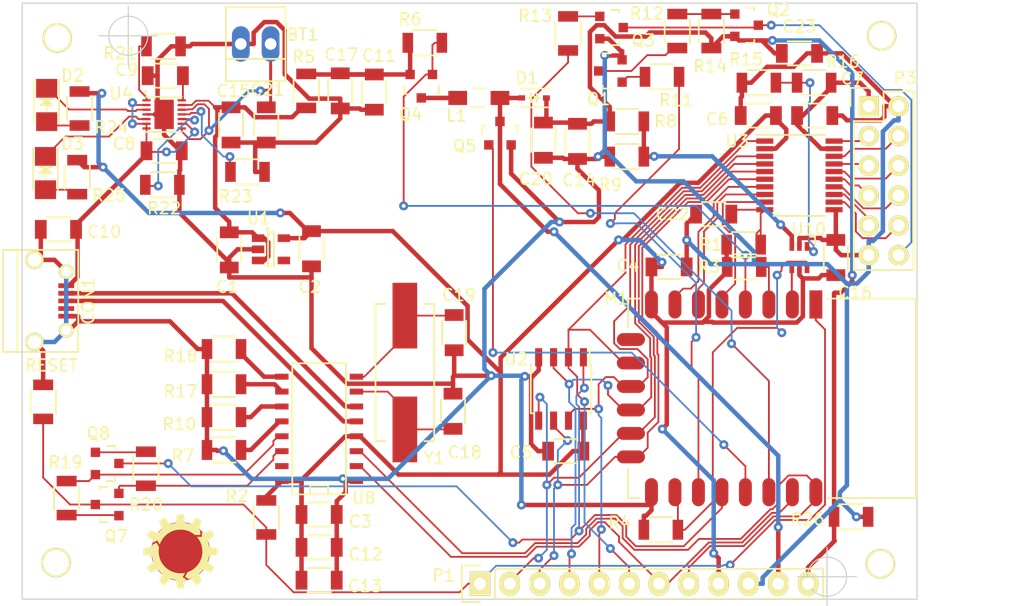
<source format=kicad_pcb>
(kicad_pcb (version 20171130) (host pcbnew "(5.1.12)-1")
  (layers (0 F.Cu signal) (31 B.Cu signal) (34 B.Paste user) (35 F.Paste user) (36 B.SilkS user) (37 F.SilkS user) (38 B.Mask user) (39 F.Mask user) (44 Edge.Cuts user))
  (net 0 "")
  (net 1 +BATT)
  (net 2 /RxD)
  (net 3 /TxD)
  (net 4 3V3)
  (net 5 GND)
  (net 6 VEE)
  (net 7 "Net-(CON1-Pad2)")
  (net 8 "Net-(CON1-Pad3)")
  (net 9 "Net-(M1-Pad2)")
  (net 10 "Net-(M1-Pad3)")
  (net 11 "Net-(M1-Pad6)")
  (net 12 "Net-(M1-Pad7)")
  (net 13 "Net-(P3-Pad3)")
  (net 14 "Net-(P3-Pad4)")
  (net 15 "Net-(P3-Pad5)")
  (net 16 "Net-(P3-Pad6)")
  (net 17 "Net-(P3-Pad7)")
  (net 18 "Net-(P3-Pad8)")
  (net 19 "Net-(P3-Pad9)")
  (net 20 VPP)
  (net 21 "Net-(M1-Pad17)")
  (net 22 "Net-(M1-Pad18)")
  (net 23 "Net-(M1-Pad20)")
  (net 24 "Net-(Q1-Pad1)")
  (net 25 "Net-(Q1-Pad3)")
  (net 26 "Net-(Q2-Pad1)")
  (net 27 "Net-(Q3-Pad1)")
  (net 28 /Vps)
  (net 29 "Net-(L1-Pad1)")
  (net 30 "Net-(R15-Pad2)")
  (net 31 "Net-(C18-Pad1)")
  (net 32 "Net-(C19-Pad1)")
  (net 33 /Pulse)
  (net 34 /MISO)
  (net 35 /IO2)
  (net 36 /IO3)
  (net 37 /MOSI)
  (net 38 /~RST)
  (net 39 /~HV)
  (net 40 /HVpulse)
  (net 41 "Net-(Q7-Pad1)")
  (net 42 "Net-(R7-Pad2)")
  (net 43 "Net-(R10-Pad2)")
  (net 44 "Net-(R17-Pad2)")
  (net 45 "Net-(R18-Pad2)")
  (net 46 "Net-(P3-Pad10)")
  (net 47 "Net-(P3-Pad12)")
  (net 48 /Vpf)
  (net 49 "Net-(M1-Pad5)")
  (net 50 "Net-(BT1-Pad1)")
  (net 51 +5V)
  (net 52 "Net-(C9-Pad1)")
  (net 53 "Net-(D2-Pad2)")
  (net 54 "Net-(D2-Pad1)")
  (net 55 "Net-(D3-Pad2)")
  (net 56 "Net-(D3-Pad1)")
  (net 57 "Net-(Q7-Pad2)")
  (net 58 "Net-(Q8-Pad1)")
  (net 59 "Net-(Q8-Pad2)")
  (net 60 "Net-(R21-Pad1)")
  (net 61 "Net-(R22-Pad1)")
  (net 62 "Net-(R23-Pad1)")
  (net 63 "Net-(C22-Pad1)")
  (net 64 /SCLK)
  (net 65 /A_SEL)
  (module Resistors_SMD:R_1206 (layer F.Cu) (at 71.6 80.15 270)
    (fp_text reference R2 (at -1.85 2.5 180) (layer F.SilkS))
    (fp_text value 10K hide)
    (pad 1 smd rect (at -1.45 0 270) (size 0.9 1.7) (layers F.Cu F.Paste F.Mask) (net 4 3V3))
    (pad 2 smd rect (at 1.45 0 270) (size 0.9 1.7) (layers F.Cu F.Paste F.Mask) (net 38 /~RST))
  )
  (module Resistors_SMD:R_1206 (layer F.Cu) (at 68 74.4)
    (fp_text reference R7 (at -3.5 0.5) (layer F.SilkS))
    (fp_text value 1K hide)
    (pad 1 smd rect (at -1.45 0) (size 0.9 1.7) (layers F.Cu F.Paste F.Mask) (net 5 GND))
    (pad 2 smd rect (at 1.45 0) (size 0.9 1.7) (layers F.Cu F.Paste F.Mask) (net 42 "Net-(R7-Pad2)"))
  )
  (module Socket_Strips:Socket_Strip_Straight_1x12 (layer F.Cu) (at 89.8 85.8)
    (fp_text reference P1 (at -3.1 -0.7) (layer F.SilkS))
    (fp_text value CONN_01X12 hide)
    (pad 1 thru_hole rect (at 0 0) (size 1.7272 2.032) (drill 1.016) (layers *.Cu *.Mask F.SilkS) (net 38 /~RST))
    (pad 2 thru_hole oval (at 2.54 0) (size 1.7272 2.032) (drill 1.016) (layers *.Cu *.Mask F.SilkS) (net 37 /MOSI))
    (pad 3 thru_hole oval (at 5.08 0) (size 1.7272 2.032) (drill 1.016) (layers *.Cu *.Mask F.SilkS) (net 64 /SCLK))
    (pad 4 thru_hole oval (at 7.62 0) (size 1.7272 2.032) (drill 1.016) (layers *.Cu *.Mask F.SilkS) (net 35 /IO2))
    (pad 5 thru_hole oval (at 10.16 0) (size 1.7272 2.032) (drill 1.016) (layers *.Cu *.Mask F.SilkS) (net 36 /IO3))
    (pad 6 thru_hole oval (at 12.7 0) (size 1.7272 2.032) (drill 1.016) (layers *.Cu *.Mask F.SilkS) (net 34 /MISO))
    (pad 7 thru_hole oval (at 15.24 0) (size 1.7272 2.032) (drill 1.016) (layers *.Cu *.Mask F.SilkS) (net 3 /TxD))
    (pad 8 thru_hole oval (at 17.78 0) (size 1.7272 2.032) (drill 1.016) (layers *.Cu *.Mask F.SilkS) (net 2 /RxD))
    (pad 9 thru_hole oval (at 20.32 0) (size 1.7272 2.032) (drill 1.016) (layers *.Cu *.Mask F.SilkS) (net 4 3V3))
    (pad 10 thru_hole oval (at 22.86 0) (size 1.7272 2.032) (drill 1.016) (layers *.Cu *.Mask F.SilkS) (net 5 GND))
    (pad 11 thru_hole oval (at 25.4 0) (size 1.7272 2.032) (drill 1.016) (layers *.Cu *.Mask F.SilkS) (net 33 /Pulse))
    (pad 12 thru_hole oval (at 27.94 0) (size 1.7272 2.032) (drill 1.016) (layers *.Cu *.Mask F.SilkS) (net 20 VPP))
  )
  (module Resistors_SMD:R_1206 (layer F.Cu) (at 105.2 81.2)
    (fp_text reference R4 (at -3.5 -0.6) (layer F.SilkS))
    (fp_text value 22K hide)
    (pad 1 smd rect (at -1.45 0) (size 0.9 1.7) (layers F.Cu F.Paste F.Mask) (net 5 GND))
    (pad 2 smd rect (at 1.45 0) (size 0.9 1.7) (layers F.Cu F.Paste F.Mask) (net 65 /A_SEL))
  )
  (module Mounting_Holes:MountingHole_2-5mm (layer F.Cu) (at 124 39.1 90)
    (fp_text reference REF**_4 hide)
    (fp_text value MountingHole_2-5mm hide)
    (pad "" np_thru_hole circle (at 0 0 90) (size 2.5 2.5) (drill 2.15) (layers *.Cu *.Mask F.SilkS))
  )
  (module Mounting_Holes:MountingHole_2-5mm (layer F.Cu) (at 123.9 84.1 90)
    (fp_text reference REF**_3 hide)
    (fp_text value MountingHole_2-5mm hide)
    (pad "" np_thru_hole circle (at 0 0 90) (size 2.5 2.5) (drill 2.15) (layers *.Cu *.Mask F.SilkS))
  )
  (module Mounting_Holes:MountingHole_2-5mm (layer F.Cu) (at 53.7 84 90)
    (fp_text reference REF**_2 hide)
    (fp_text value MountingHole_2-5mm hide)
    (pad "" np_thru_hole circle (at 0 0 90) (size 2.5 2.5) (drill 2.15) (layers *.Cu *.Mask F.SilkS))
  )
  (module Mounting_Holes:MountingHole_2-5mm (layer F.Cu) (at 53.8 39.3 90)
    (fp_text reference REF** hide)
    (fp_text value MountingHole_2-5mm hide)
    (pad "" np_thru_hole circle (at 0 0 90) (size 2.5 2.5) (drill 2.15) (layers *.Cu *.Mask F.SilkS))
  )
  (module SMD_Packages:SO-16-N (layer F.Cu) (at 76.1 72.6 90)
    (fp_text reference U8 (at -5.9 3.8 180) (layer F.SilkS))
    (fp_text value CH340G hide)
    (pad 16 smd rect (at -4.445 -3.175 90) (size 0.508 1.143) (layers F.Cu F.Paste F.Mask) (net 4 3V3))
    (pad 14 smd rect (at -1.905 -3.175 90) (size 0.508 1.143) (layers F.Cu F.Paste F.Mask) (net 57 "Net-(Q7-Pad2)"))
    (pad 13 smd rect (at -0.635 -3.175 90) (size 0.508 1.143) (layers F.Cu F.Paste F.Mask) (net 59 "Net-(Q8-Pad2)"))
    (pad 12 smd rect (at 0.635 -3.175 90) (size 0.508 1.143) (layers F.Cu F.Paste F.Mask) (net 42 "Net-(R7-Pad2)"))
    (pad 11 smd rect (at 1.905 -3.175 90) (size 0.508 1.143) (layers F.Cu F.Paste F.Mask) (net 43 "Net-(R10-Pad2)"))
    (pad 10 smd rect (at 3.175 -3.175 90) (size 0.508 1.143) (layers F.Cu F.Paste F.Mask) (net 44 "Net-(R17-Pad2)"))
    (pad 9 smd rect (at 4.445 -3.175 90) (size 0.508 1.143) (layers F.Cu F.Paste F.Mask) (net 45 "Net-(R18-Pad2)"))
    (pad 8 smd rect (at 4.445 3.175 90) (size 0.508 1.143) (layers F.Cu F.Paste F.Mask) (net 32 "Net-(C19-Pad1)"))
    (pad 7 smd rect (at 3.175 3.175 90) (size 0.508 1.143) (layers F.Cu F.Paste F.Mask) (net 31 "Net-(C18-Pad1)"))
    (pad 6 smd rect (at 1.905 3.175 90) (size 0.508 1.143) (layers F.Cu F.Paste F.Mask) (net 7 "Net-(CON1-Pad2)"))
    (pad 5 smd rect (at 0.635 3.175 90) (size 0.508 1.143) (layers F.Cu F.Paste F.Mask) (net 8 "Net-(CON1-Pad3)"))
    (pad 4 smd rect (at -0.635 3.175 90) (size 0.508 1.143) (layers F.Cu F.Paste F.Mask) (net 4 3V3))
    (pad 3 smd rect (at -1.905 3.175 90) (size 0.508 1.143) (layers F.Cu F.Paste F.Mask) (net 2 /RxD))
    (pad 2 smd rect (at -3.175 3.175 90) (size 0.508 1.143) (layers F.Cu F.Paste F.Mask) (net 3 /TxD))
    (pad 1 smd rect (at -4.445 3.175 90) (size 0.508 1.143) (layers F.Cu F.Paste F.Mask) (net 5 GND))
    (pad 15 smd rect (at -3.175 -3.175 90) (size 0.508 1.143) (layers F.Cu F.Paste F.Mask))
  )
  (module Resistors_SMD:R_1206 (layer F.Cu) (at 68 68.8)
    (fp_text reference R17 (at -3.7 0.6) (layer F.SilkS))
    (fp_text value 1K hide)
    (pad 1 smd rect (at -1.45 0) (size 0.9 1.7) (layers F.Cu F.Paste F.Mask) (net 5 GND))
    (pad 2 smd rect (at 1.45 0) (size 0.9 1.7) (layers F.Cu F.Paste F.Mask) (net 44 "Net-(R17-Pad2)"))
  )
  (module Capacitors_SMD:C_1206 (layer F.Cu) (at 68.45 57.35 270)
    (fp_text reference C1 (at 3.15 0.15) (layer F.SilkS))
    (fp_text value "1 µF" hide)
    (pad 1 smd rect (at -1.5 0 270) (size 1 1.6) (layers F.Cu F.Paste F.Mask) (net 1 +BATT))
    (pad 2 smd rect (at 1.5 0 270) (size 1 1.6) (layers F.Cu F.Paste F.Mask) (net 5 GND))
  )
  (module Connect:PINHEAD1-2 (layer F.Cu) (at 70.7 39.8 180)
    (fp_text reference BT1 (at -4 0.8 180) (layer F.SilkS))
    (fp_text value LiPo hide)
    (pad 1 thru_hole oval (at -1.27 0 180) (size 1.50622 3.01498) (drill 0.99822) (layers *.Cu *.Mask) (net 50 "Net-(BT1-Pad1)"))
    (pad 2 thru_hole oval (at 1.27 0 180) (size 1.50622 3.01498) (drill 0.99822) (layers *.Cu *.Mask) (net 5 GND))
  )
  (module Connect:USB_Micro-B (layer F.Cu) (at 53 61.7 270)
    (fp_text reference CON1 (at 0 -3.45 270) (layer F.SilkS))
    (fp_text value USB_OTG hide)
    (pad 1 smd rect (at -1.3009 -1.56254) (size 1.35 0.4) (layers F.Cu F.Paste F.Mask) (net 51 +5V))
    (pad 2 smd rect (at -0.6509 -1.56254) (size 1.35 0.4) (layers F.Cu F.Paste F.Mask) (net 7 "Net-(CON1-Pad2)"))
    (pad 3 smd rect (at -0.0009 -1.56254) (size 1.35 0.4) (layers F.Cu F.Paste F.Mask) (net 8 "Net-(CON1-Pad3)"))
    (pad 4 smd rect (at 0.6491 -1.56254) (size 1.35 0.4) (layers F.Cu F.Paste F.Mask))
    (pad 5 smd rect (at 1.2991 -1.56254) (size 1.35 0.4) (layers F.Cu F.Paste F.Mask) (net 5 GND))
    (pad 6 thru_hole circle (at -2.5009 -1.56254) (size 1.25 1.25) (drill 0.85) (layers *.Cu *.Mask F.SilkS) (net 5 GND))
    (pad 6 thru_hole circle (at 2.4991 -1.56254) (size 1.25 1.25) (drill 0.85) (layers *.Cu *.Mask F.SilkS) (net 5 GND))
    (pad 6 thru_hole circle (at -3.5009 1.13746) (size 1.55 1.55) (drill 1.15) (layers *.Cu *.Mask F.SilkS) (net 5 GND))
    (pad 6 thru_hole circle (at 3.4991 1.13746) (size 1.55 1.55) (drill 1.15) (layers *.Cu *.Mask F.SilkS) (net 5 GND))
  )
  (module Housings_SOIC:SOIC-8_3.9x4.9mm_Pitch1.27mm (layer F.Cu) (at 96.7 69.2 270)
    (fp_text reference U2 (at -2.544 3.81) (layer F.SilkS))
    (fp_text value 23LC1024 hide)
    (pad 1 smd rect (at -2.7 -1.905 270) (size 1.55 0.6) (layers F.Cu F.Paste F.Mask) (net 22 "Net-(M1-Pad18)"))
    (pad 2 smd rect (at -2.7 -0.635 270) (size 1.55 0.6) (layers F.Cu F.Paste F.Mask) (net 34 /MISO))
    (pad 3 smd rect (at -2.7 0.635 270) (size 1.55 0.6) (layers F.Cu F.Paste F.Mask) (net 35 /IO2))
    (pad 4 smd rect (at -2.7 1.905 270) (size 1.55 0.6) (layers F.Cu F.Paste F.Mask) (net 5 GND))
    (pad 5 smd rect (at 2.7 1.905 270) (size 1.55 0.6) (layers F.Cu F.Paste F.Mask) (net 37 /MOSI))
    (pad 6 smd rect (at 2.7 0.635 270) (size 1.55 0.6) (layers F.Cu F.Paste F.Mask) (net 64 /SCLK))
    (pad 7 smd rect (at 2.7 -0.635 270) (size 1.55 0.6) (layers F.Cu F.Paste F.Mask) (net 36 /IO3))
    (pad 8 smd rect (at 2.7 -1.905 270) (size 1.55 0.6) (layers F.Cu F.Paste F.Mask) (net 4 3V3))
  )
  (module "Uprogrammer FPs:ESP-12E" (layer F.Cu) (at 118.4 62 270)
    (fp_text reference M1 (at -0.5 17) (layer F.SilkS))
    (fp_text value ESP-12E hide)
    (pad 9 smd oval (at 2.99 15.75) (size 2.4 1.1) (layers F.Cu F.Paste F.Mask))
    (pad 10 smd oval (at 4.99 15.75) (size 2.4 1.1) (layers F.Cu F.Paste F.Mask) (net 34 /MISO))
    (pad 11 smd oval (at 6.99 15.75) (size 2.4 1.1) (layers F.Cu F.Paste F.Mask) (net 36 /IO3))
    (pad 12 smd oval (at 8.99 15.75) (size 2.4 1.1) (layers F.Cu F.Paste F.Mask) (net 35 /IO2))
    (pad 13 smd oval (at 10.99 15.75) (size 2.4 1.1) (layers F.Cu F.Paste F.Mask) (net 37 /MOSI))
    (pad 14 smd oval (at 12.99 15.75) (size 2.4 1.1) (layers F.Cu F.Paste F.Mask) (net 64 /SCLK))
    (pad 1 smd rect (at 0 0 270) (size 2.4 1.1) (layers F.Cu F.Paste F.Mask) (net 38 /~RST))
    (pad 2 smd oval (at 0 2 270) (size 2.4 1.1) (layers F.Cu F.Paste F.Mask) (net 9 "Net-(M1-Pad2)"))
    (pad 3 smd oval (at 0 4 270) (size 2.4 1.1) (layers F.Cu F.Paste F.Mask) (net 10 "Net-(M1-Pad3)"))
    (pad 4 smd oval (at 0 6 270) (size 2.4 1.1) (layers F.Cu F.Paste F.Mask) (net 39 /~HV))
    (pad 5 smd oval (at 0 8 270) (size 2.4 1.1) (layers F.Cu F.Paste F.Mask) (net 49 "Net-(M1-Pad5)"))
    (pad 6 smd oval (at 0 10 270) (size 2.4 1.1) (layers F.Cu F.Paste F.Mask) (net 11 "Net-(M1-Pad6)"))
    (pad 7 smd oval (at 0 12 270) (size 2.4 1.1) (layers F.Cu F.Paste F.Mask) (net 12 "Net-(M1-Pad7)"))
    (pad 8 smd oval (at 0 14 270) (size 2.4 1.1) (layers F.Cu F.Paste F.Mask) (net 4 3V3))
    (pad 15 smd oval (at 16 14 270) (size 2.4 1.1) (layers F.Cu F.Paste F.Mask) (net 5 GND))
    (pad 16 smd oval (at 16 12 270) (size 2.4 1.1) (layers F.Cu F.Paste F.Mask) (net 65 /A_SEL))
    (pad 17 smd oval (at 16 10 270) (size 2.4 1.1) (layers F.Cu F.Paste F.Mask) (net 21 "Net-(M1-Pad17)"))
    (pad 18 smd oval (at 16 8 270) (size 2.4 1.1) (layers F.Cu F.Paste F.Mask) (net 22 "Net-(M1-Pad18)"))
    (pad 19 smd oval (at 16 6 270) (size 2.4 1.1) (layers F.Cu F.Paste F.Mask) (net 40 /HVpulse))
    (pad 20 smd oval (at 16 4 270) (size 2.4 1.1) (layers F.Cu F.Paste F.Mask) (net 23 "Net-(M1-Pad20)"))
    (pad 21 smd oval (at 16 2 270) (size 2.4 1.1) (layers F.Cu F.Paste F.Mask) (net 3 /TxD))
    (pad 22 smd oval (at 16 0 270) (size 2.4 1.1) (layers F.Cu F.Paste F.Mask) (net 2 /RxD))
  )
  (module Diodes_SMD:SOD-323 (layer F.Cu) (at 94.4 44.4 180)
    (fp_text reference D1 (at 0.6 1.7) (layer F.SilkS))
    (fp_text value SD103 hide)
    (pad 1 smd rect (at -1.055 0 180) (size 0.59 0.45) (layers F.Cu F.Paste F.Mask) (net 20 VPP))
    (pad 2 smd rect (at 1.055 0 180) (size 0.59 0.45) (layers F.Cu F.Paste F.Mask) (net 33 /Pulse))
  )
  (module Capacitors_SMD:C_1206 (layer F.Cu) (at 75.45 57.25 270)
    (fp_text reference C2 (at 3.25 0.15) (layer F.SilkS))
    (fp_text value "1 µF" hide)
    (pad 1 smd rect (at -1.5 0 270) (size 1 1.6) (layers F.Cu F.Paste F.Mask) (net 4 3V3))
    (pad 2 smd rect (at 1.5 0 270) (size 1 1.6) (layers F.Cu F.Paste F.Mask) (net 5 GND))
  )
  (module Capacitors_SMD:C_1206 (layer F.Cu) (at 76.1 79.9)
    (fp_text reference C3 (at 3.5 0.6 180) (layer F.SilkS))
    (fp_text value "0.1 µF" hide)
    (pad 1 smd rect (at -1.5 0) (size 1 1.6) (layers F.Cu F.Paste F.Mask) (net 4 3V3))
    (pad 2 smd rect (at 1.5 0) (size 1 1.6) (layers F.Cu F.Paste F.Mask) (net 5 GND))
  )
  (module Capacitors_SMD:C_1206 (layer F.Cu) (at 105.9 58.8)
    (fp_text reference C4 (at -3.5 -0.1 180) (layer F.SilkS))
    (fp_text value "0.1 µF" hide)
    (pad 1 smd rect (at -1.5 0) (size 1 1.6) (layers F.Cu F.Paste F.Mask) (net 4 3V3))
    (pad 2 smd rect (at 1.5 0) (size 1 1.6) (layers F.Cu F.Paste F.Mask) (net 5 GND))
  )
  (module Capacitors_SMD:C_1206 (layer F.Cu) (at 97.1 74.5)
    (fp_text reference C5 (at -3.8 0.1 180) (layer F.SilkS))
    (fp_text value "0.1 µF" hide)
    (pad 1 smd rect (at -1.5 0) (size 1 1.6) (layers F.Cu F.Paste F.Mask) (net 5 GND))
    (pad 2 smd rect (at 1.5 0) (size 1 1.6) (layers F.Cu F.Paste F.Mask) (net 4 3V3))
  )
  (module Capacitors_SMD:C_1206 (layer F.Cu) (at 113.5 45.9)
    (fp_text reference C6 (at -3.5 0.3) (layer F.SilkS))
    (fp_text value "0.1 µF" hide)
    (pad 1 smd rect (at -1.5 0) (size 1 1.6) (layers F.Cu F.Paste F.Mask) (net 5 GND))
    (pad 2 smd rect (at 1.5 0) (size 1 1.6) (layers F.Cu F.Paste F.Mask) (net 4 3V3))
  )
  (module Capacitors_SMD:C_1206 (layer F.Cu) (at 53.9 55.6 180)
    (fp_text reference C10 (at -3.9 -0.2 180) (layer F.SilkS))
    (fp_text value "0.1 µF" hide)
    (pad 1 smd rect (at -1.5 0 180) (size 1 1.6) (layers F.Cu F.Paste F.Mask) (net 51 +5V))
    (pad 2 smd rect (at 1.5 0 180) (size 1 1.6) (layers F.Cu F.Paste F.Mask) (net 5 GND))
  )
  (module Capacitors_SMD:C_1206 (layer F.Cu) (at 80.8 43.9 270)
    (fp_text reference C11 (at -3.1 -0.4) (layer F.SilkS))
    (fp_text value "2.2 µF 25V" hide)
    (pad 1 smd rect (at -1.5 0 270) (size 1 1.6) (layers F.Cu F.Paste F.Mask) (net 48 /Vpf))
    (pad 2 smd rect (at 1.5 0 270) (size 1 1.6) (layers F.Cu F.Paste F.Mask) (net 5 GND))
  )
  (module Capacitors_SMD:C_1206 (layer F.Cu) (at 76.1 82.7)
    (fp_text reference C12 (at 3.95 0.6) (layer F.SilkS))
    (fp_text value "10 µF" hide)
    (pad 1 smd rect (at -1.5 0) (size 1 1.6) (layers F.Cu F.Paste F.Mask) (net 4 3V3))
    (pad 2 smd rect (at 1.5 0) (size 1 1.6) (layers F.Cu F.Paste F.Mask) (net 5 GND))
  )
  (module Capacitors_SMD:C_1206 (layer F.Cu) (at 76.1 85.5)
    (fp_text reference C13 (at 3.9 0.5) (layer F.SilkS))
    (fp_text value "0.1 µF" hide)
    (pad 1 smd rect (at -1.5 0) (size 1 1.6) (layers F.Cu F.Paste F.Mask) (net 4 3V3))
    (pad 2 smd rect (at 1.5 0) (size 1 1.6) (layers F.Cu F.Paste F.Mask) (net 5 GND))
  )
  (module Capacitors_SMD:C_1206 (layer F.Cu) (at 98.1 48.1 270)
    (fp_text reference C14 (at 3.3 -0.15) (layer F.SilkS))
    (fp_text value "2.2 µF 25V" hide)
    (pad 1 smd rect (at -1.5 0 270) (size 1 1.6) (layers F.Cu F.Paste F.Mask) (net 20 VPP))
    (pad 2 smd rect (at 1.5 0 270) (size 1 1.6) (layers F.Cu F.Paste F.Mask) (net 5 GND))
  )
  (module Capacitors_SMD:C_1206 (layer F.Cu) (at 120.1 58 90)
    (fp_text reference C16 (at -3 1.65 180) (layer F.SilkS))
    (fp_text value "0.1 µF" hide)
    (pad 1 smd rect (at -1.5 0 90) (size 1 1.6) (layers F.Cu F.Paste F.Mask) (net 4 3V3))
    (pad 2 smd rect (at 1.5 0 90) (size 1 1.6) (layers F.Cu F.Paste F.Mask) (net 5 GND))
  )
  (module Capacitors_SMD:C_1206 (layer F.Cu) (at 77.9 43.8 270)
    (fp_text reference C17 (at -3.1 -0.1) (layer F.SilkS))
    (fp_text value "100 µF" hide)
    (pad 1 smd rect (at -1.5 0 270) (size 1 1.6) (layers F.Cu F.Paste F.Mask) (net 48 /Vpf))
    (pad 2 smd rect (at 1.5 0 270) (size 1 1.6) (layers F.Cu F.Paste F.Mask) (net 5 GND))
  )
  (module Capacitors_SMD:C_1206 (layer F.Cu) (at 87.5 71.1 90)
    (fp_text reference C18 (at -3.5 1 180) (layer F.SilkS))
    (fp_text value "22 pF" hide)
    (pad 1 smd rect (at -1.5 0 90) (size 1 1.6) (layers F.Cu F.Paste F.Mask) (net 31 "Net-(C18-Pad1)"))
    (pad 2 smd rect (at 1.5 0 90) (size 1 1.6) (layers F.Cu F.Paste F.Mask) (net 5 GND))
  )
  (module Capacitors_SMD:C_1206 (layer F.Cu) (at 87.6 64.4 270)
    (fp_text reference C19 (at -3.2 -0.4) (layer F.SilkS))
    (fp_text value "22 pF" hide)
    (pad 1 smd rect (at -1.5 0 270) (size 1 1.6) (layers F.Cu F.Paste F.Mask) (net 32 "Net-(C19-Pad1)"))
    (pad 2 smd rect (at 1.5 0 270) (size 1 1.6) (layers F.Cu F.Paste F.Mask) (net 5 GND))
  )
  (module Capacitors_SMD:C_1206 (layer F.Cu) (at 95.2 48 270)
    (fp_text reference C20 (at 3.3 0.65) (layer F.SilkS))
    (fp_text value "0.1 µF" hide)
    (pad 1 smd rect (at -1.5 0 270) (size 1 1.6) (layers F.Cu F.Paste F.Mask) (net 20 VPP))
    (pad 2 smd rect (at 1.5 0 270) (size 1 1.6) (layers F.Cu F.Paste F.Mask) (net 5 GND))
  )
  (module Choke_SMD:Choke_SMD_1206_Standard (layer F.Cu) (at 89.7 44.4)
    (fp_text reference L1 (at -1.9 1.5 180) (layer F.SilkS))
    (fp_text value "2.2 µH" hide)
    (pad 1 smd rect (at -1.80086 0) (size 1.6002 1.19888) (layers F.Cu F.Paste F.Mask) (net 29 "Net-(L1-Pad1)"))
    (pad 2 smd rect (at 1.80086 0) (size 1.6002 1.19888) (layers F.Cu F.Paste F.Mask) (net 33 /Pulse))
  )
  (module Pin_Headers:Pin_Header_Straight_2x06 (layer F.Cu) (at 122.9 45.1)
    (fp_text reference P3 (at 3.1 -2.4) (layer F.SilkS))
    (fp_text value CONN_12 hide)
    (pad 1 thru_hole rect (at 0 0) (size 1.7272 1.7272) (drill 1.016) (layers *.Cu *.Mask F.SilkS) (net 6 VEE))
    (pad 2 thru_hole oval (at 2.54 0) (size 1.7272 1.7272) (drill 1.016) (layers *.Cu *.Mask F.SilkS) (net 5 GND))
    (pad 3 thru_hole oval (at 0 2.54) (size 1.7272 1.7272) (drill 1.016) (layers *.Cu *.Mask F.SilkS) (net 13 "Net-(P3-Pad3)"))
    (pad 4 thru_hole oval (at 2.54 2.54) (size 1.7272 1.7272) (drill 1.016) (layers *.Cu *.Mask F.SilkS) (net 14 "Net-(P3-Pad4)"))
    (pad 5 thru_hole oval (at 0 5.08) (size 1.7272 1.7272) (drill 1.016) (layers *.Cu *.Mask F.SilkS) (net 15 "Net-(P3-Pad5)"))
    (pad 6 thru_hole oval (at 2.54 5.08) (size 1.7272 1.7272) (drill 1.016) (layers *.Cu *.Mask F.SilkS) (net 16 "Net-(P3-Pad6)"))
    (pad 7 thru_hole oval (at 0 7.62) (size 1.7272 1.7272) (drill 1.016) (layers *.Cu *.Mask F.SilkS) (net 17 "Net-(P3-Pad7)"))
    (pad 8 thru_hole oval (at 2.54 7.62) (size 1.7272 1.7272) (drill 1.016) (layers *.Cu *.Mask F.SilkS) (net 18 "Net-(P3-Pad8)"))
    (pad 9 thru_hole oval (at 0 10.16) (size 1.7272 1.7272) (drill 1.016) (layers *.Cu *.Mask F.SilkS) (net 19 "Net-(P3-Pad9)"))
    (pad 10 thru_hole oval (at 2.54 10.16) (size 1.7272 1.7272) (drill 1.016) (layers *.Cu *.Mask F.SilkS) (net 46 "Net-(P3-Pad10)"))
    (pad 11 thru_hole oval (at 0 12.7) (size 1.7272 1.7272) (drill 1.016) (layers *.Cu *.Mask F.SilkS) (net 5 GND))
    (pad 12 thru_hole oval (at 2.54 12.7) (size 1.7272 1.7272) (drill 1.016) (layers *.Cu *.Mask F.SilkS) (net 47 "Net-(P3-Pad12)"))
  )
  (module Resistors_SMD:R_1206 (layer F.Cu) (at 112.3 58.8)
    (fp_text reference R3 (at -3 0 180) (layer F.SilkS))
    (fp_text value 10K hide)
    (pad 1 smd rect (at -1.45 0) (size 0.9 1.7) (layers F.Cu F.Paste F.Mask) (net 4 3V3))
    (pad 2 smd rect (at 1.45 0) (size 0.9 1.7) (layers F.Cu F.Paste F.Mask) (net 10 "Net-(M1-Pad3)"))
  )
  (module Resistors_SMD:R_1206 (layer F.Cu) (at 75 43.8 90)
    (fp_text reference R5 (at 2.9 -0.2 180) (layer F.SilkS))
    (fp_text value 47 hide)
    (pad 1 smd rect (at -1.45 0 90) (size 0.9 1.7) (layers F.Cu F.Paste F.Mask) (net 1 +BATT))
    (pad 2 smd rect (at 1.45 0 90) (size 0.9 1.7) (layers F.Cu F.Paste F.Mask) (net 48 /Vpf))
  )
  (module Resistors_SMD:R_1206 (layer F.Cu) (at 85.1 39.7 180)
    (fp_text reference R6 (at 1.25 2 180) (layer F.SilkS))
    (fp_text value 10K hide)
    (pad 1 smd rect (at -1.45 0 180) (size 0.9 1.7) (layers F.Cu F.Paste F.Mask) (net 39 /~HV))
    (pad 2 smd rect (at 1.45 0 180) (size 0.9 1.7) (layers F.Cu F.Paste F.Mask) (net 48 /Vpf))
  )
  (module Resistors_SMD:R_1206 (layer F.Cu) (at 102.3 46.4)
    (fp_text reference R8 (at 3.3 0 180) (layer F.SilkS))
    (fp_text value 100K hide)
    (pad 1 smd rect (at -1.45 0) (size 0.9 1.7) (layers F.Cu F.Paste F.Mask) (net 20 VPP))
    (pad 2 smd rect (at 1.45 0) (size 0.9 1.7) (layers F.Cu F.Paste F.Mask) (net 28 /Vps))
  )
  (module Resistors_SMD:R_1206 (layer F.Cu) (at 102.3 49.4 180)
    (fp_text reference R9 (at 1.4 -2.4) (layer F.SilkS))
    (fp_text value 4.99K hide)
    (pad 1 smd rect (at -1.45 0 180) (size 0.9 1.7) (layers F.Cu F.Paste F.Mask) (net 28 /Vps))
    (pad 2 smd rect (at 1.45 0 180) (size 0.9 1.7) (layers F.Cu F.Paste F.Mask) (net 5 GND))
  )
  (module Resistors_SMD:R_1206 (layer F.Cu) (at 68 71.6)
    (fp_text reference R10 (at -3.8 0.6) (layer F.SilkS))
    (fp_text value 1K hide)
    (pad 1 smd rect (at -1.45 0) (size 0.9 1.7) (layers F.Cu F.Paste F.Mask) (net 5 GND))
    (pad 2 smd rect (at 1.45 0) (size 0.9 1.7) (layers F.Cu F.Paste F.Mask) (net 43 "Net-(R10-Pad2)"))
  )
  (module Resistors_SMD:R_1206 (layer F.Cu) (at 105.3 42.6)
    (fp_text reference R11 (at 1.2 2 180) (layer F.SilkS))
    (fp_text value 10K hide)
    (pad 1 smd rect (at -1.45 0) (size 0.9 1.7) (layers F.Cu F.Paste F.Mask) (net 24 "Net-(Q1-Pad1)"))
    (pad 2 smd rect (at 1.45 0) (size 0.9 1.7) (layers F.Cu F.Paste F.Mask) (net 21 "Net-(M1-Pad17)"))
  )
  (module Resistors_SMD:R_1206 (layer F.Cu) (at 106.6 38.7 270)
    (fp_text reference R12 (at -1.5 2.6) (layer F.SilkS))
    (fp_text value 10K hide)
    (pad 1 smd rect (at -1.45 0 270) (size 0.9 1.7) (layers F.Cu F.Paste F.Mask) (net 26 "Net-(Q2-Pad1)"))
    (pad 2 smd rect (at 1.45 0 270) (size 0.9 1.7) (layers F.Cu F.Paste F.Mask) (net 25 "Net-(Q1-Pad3)"))
  )
  (module Resistors_SMD:R_1206 (layer F.Cu) (at 97.3 38.9 270)
    (fp_text reference R13 (at -1.5 2.8) (layer F.SilkS))
    (fp_text value 10K hide)
    (pad 1 smd rect (at -1.45 0 270) (size 0.9 1.7) (layers F.Cu F.Paste F.Mask) (net 27 "Net-(Q3-Pad1)"))
    (pad 2 smd rect (at 1.45 0 270) (size 0.9 1.7) (layers F.Cu F.Paste F.Mask) (net 23 "Net-(M1-Pad20)"))
  )
  (module Resistors_SMD:R_1206 (layer F.Cu) (at 109.5 38.7 90)
    (fp_text reference R14 (at -3 -0.1 180) (layer F.SilkS))
    (fp_text value 100K hide)
    (pad 1 smd rect (at -1.45 0 90) (size 0.9 1.7) (layers F.Cu F.Paste F.Mask) (net 20 VPP))
    (pad 2 smd rect (at 1.45 0 90) (size 0.9 1.7) (layers F.Cu F.Paste F.Mask) (net 26 "Net-(Q2-Pad1)"))
  )
  (module Resistors_SMD:R_1206 (layer F.Cu) (at 113.55 43.1)
    (fp_text reference R15 (at -1.1 -2 180) (layer F.SilkS))
    (fp_text value 1M hide)
    (pad 1 smd rect (at -1.45 0) (size 0.9 1.7) (layers F.Cu F.Paste F.Mask) (net 5 GND))
    (pad 2 smd rect (at 1.45 0) (size 0.9 1.7) (layers F.Cu F.Paste F.Mask) (net 30 "Net-(R15-Pad2)"))
  )
  (module Resistors_SMD:R_1206 (layer F.Cu) (at 118.25 43.1)
    (fp_text reference R16 (at 2.45 -1.8 180) (layer F.SilkS))
    (fp_text value 1M hide)
    (pad 1 smd rect (at -1.45 0) (size 0.9 1.7) (layers F.Cu F.Paste F.Mask) (net 30 "Net-(R15-Pad2)"))
    (pad 2 smd rect (at 1.45 0) (size 0.9 1.7) (layers F.Cu F.Paste F.Mask) (net 6 VEE))
  )
  (module Resistors_SMD:R_1206 (layer F.Cu) (at 68 65.8)
    (fp_text reference R18 (at -3.7 0.6) (layer F.SilkS))
    (fp_text value 1K hide)
    (pad 1 smd rect (at -1.45 0) (size 0.9 1.7) (layers F.Cu F.Paste F.Mask) (net 5 GND))
    (pad 2 smd rect (at 1.45 0) (size 0.9 1.7) (layers F.Cu F.Paste F.Mask) (net 45 "Net-(R18-Pad2)"))
  )
  (module Resistors_SMD:R_1206 (layer F.Cu) (at 54.6 78.5 90)
    (fp_text reference R19 (at 3.05 -0.1) (layer F.SilkS))
    (fp_text value 10K hide)
    (pad 1 smd rect (at -1.45 0 90) (size 0.9 1.7) (layers F.Cu F.Paste F.Mask) (net 41 "Net-(Q7-Pad1)"))
    (pad 2 smd rect (at 1.45 0 90) (size 0.9 1.7) (layers F.Cu F.Paste F.Mask) (net 59 "Net-(Q8-Pad2)"))
  )
  (module Resistors_SMD:R_1206 (layer F.Cu) (at 61.35 76 270)
    (fp_text reference R20 (at 3.05 0 180) (layer F.SilkS))
    (fp_text value 10K hide)
    (pad 1 smd rect (at -1.45 0 270) (size 0.9 1.7) (layers F.Cu F.Paste F.Mask) (net 58 "Net-(Q8-Pad1)"))
    (pad 2 smd rect (at 1.45 0 270) (size 0.9 1.7) (layers F.Cu F.Paste F.Mask) (net 57 "Net-(Q7-Pad2)"))
  )
  (module Crystals:Crystal_HC49-SD_SMD (layer F.Cu) (at 83.4 67.8 90)
    (fp_text reference Y1 (at -7.3 2.5 180) (layer F.SilkS))
    (fp_text value "12 Mhz" hide)
    (pad 1 smd rect (at -4.84886 0 90) (size 5.6007 2.10058) (layers F.Cu F.Paste F.Mask) (net 31 "Net-(C18-Pad1)"))
    (pad 2 smd rect (at 4.84886 0 90) (size 5.6007 2.10058) (layers F.Cu F.Paste F.Mask) (net 32 "Net-(C19-Pad1)"))
  )
  (module Capacitors_SMD:C_1206 (layer F.Cu) (at 118.3 45.9)
    (fp_text reference C7 (at 3.2 -3.15) (layer F.SilkS))
    (fp_text value "0.1 µF" hide)
    (pad 1 smd rect (at -1.5 0) (size 1 1.6) (layers F.Cu F.Paste F.Mask) (net 6 VEE))
    (pad 2 smd rect (at 1.5 0) (size 1 1.6) (layers F.Cu F.Paste F.Mask) (net 5 GND))
  )
  (module Capacitors_SMD:C_1206 (layer F.Cu) (at 62.9 48.9)
    (fp_text reference C8 (at -3.4 -0.6) (layer F.SilkS))
    (fp_text value "1 µF" hide)
    (pad 1 smd rect (at -1.5 0) (size 1 1.6) (layers F.Cu F.Paste F.Mask) (net 51 +5V))
    (pad 2 smd rect (at 1.5 0) (size 1 1.6) (layers F.Cu F.Paste F.Mask) (net 5 GND))
  )
  (module Capacitors_SMD:C_1206 (layer F.Cu) (at 63 42.5 180)
    (fp_text reference C9 (at 3.3 0.5 180) (layer F.SilkS))
    (fp_text value "0.1 uF" hide)
    (pad 1 smd rect (at -1.5 0 180) (size 1 1.6) (layers F.Cu F.Paste F.Mask) (net 52 "Net-(C9-Pad1)"))
    (pad 2 smd rect (at 1.5 0 180) (size 1 1.6) (layers F.Cu F.Paste F.Mask) (net 5 GND))
  )
  (module Capacitors_SMD:C_1206 (layer F.Cu) (at 68.6 46.7 270)
    (fp_text reference C15 (at -2.9 -0.2) (layer F.SilkS))
    (fp_text value "1 µF" hide)
    (pad 1 smd rect (at -1.5 0 270) (size 1 1.6) (layers F.Cu F.Paste F.Mask) (net 1 +BATT))
    (pad 2 smd rect (at 1.5 0 270) (size 1 1.6) (layers F.Cu F.Paste F.Mask) (net 5 GND))
  )
  (module Capacitors_SMD:C_1206 (layer F.Cu) (at 71.6 46.7 270)
    (fp_text reference C21 (at -3 -0.1) (layer F.SilkS))
    (fp_text value "10 µF" hide)
    (pad 1 smd rect (at -1.5 0 270) (size 1 1.6) (layers F.Cu F.Paste F.Mask) (net 50 "Net-(BT1-Pad1)"))
    (pad 2 smd rect (at 1.5 0 270) (size 1 1.6) (layers F.Cu F.Paste F.Mask) (net 5 GND))
  )
  (module LEDs:LED_1206 (layer F.Cu) (at 52.9 45 270)
    (fp_text reference D2 (at -2.5 -2.2) (layer F.SilkS))
    (fp_text value Red hide)
    (pad 2 smd rect (at 1.41986 0 90) (size 1.59766 1.80086) (layers F.Cu F.Paste F.Mask) (net 53 "Net-(D2-Pad2)"))
    (pad 1 smd rect (at -1.41986 0 90) (size 1.59766 1.80086) (layers F.Cu F.Paste F.Mask) (net 54 "Net-(D2-Pad1)"))
  )
  (module LEDs:LED_1206 (layer F.Cu) (at 52.8 50.8 270)
    (fp_text reference D3 (at -2.5 -2.3) (layer F.SilkS))
    (fp_text value Green hide)
    (pad 2 smd rect (at 1.41986 0 90) (size 1.59766 1.80086) (layers F.Cu F.Paste F.Mask) (net 55 "Net-(D3-Pad2)"))
    (pad 1 smd rect (at -1.41986 0 90) (size 1.59766 1.80086) (layers F.Cu F.Paste F.Mask) (net 56 "Net-(D3-Pad1)"))
  )
  (module TO_SOT_Packages_SMD:SOT-23 (layer F.Cu) (at 100.9 42.1 90)
    (fp_text reference Q1 (at -2.4 -1 180) (layer F.SilkS))
    (fp_text value BSS138L hide)
    (pad 1 smd rect (at -0.95 1.00076 90) (size 0.8001 0.8001) (layers F.Cu F.Paste F.Mask) (net 24 "Net-(Q1-Pad1)"))
    (pad 2 smd rect (at 0.95 1.00076 90) (size 0.8001 0.8001) (layers F.Cu F.Paste F.Mask) (net 5 GND))
    (pad 3 smd rect (at 0 -0.99822 90) (size 0.8001 0.8001) (layers F.Cu F.Paste F.Mask) (net 25 "Net-(Q1-Pad3)"))
  )
  (module TO_SOT_Packages_SMD:SOT-23 (layer F.Cu) (at 112.5 38.2 270)
    (fp_text reference Q2 (at -1.3 -2.7) (layer F.SilkS))
    (fp_text value MMBT3906 hide)
    (pad 1 smd rect (at -0.95 1.00076 270) (size 0.8001 0.8001) (layers F.Cu F.Paste F.Mask) (net 26 "Net-(Q2-Pad1)"))
    (pad 2 smd rect (at 0.95 1.00076 270) (size 0.8001 0.8001) (layers F.Cu F.Paste F.Mask) (net 20 VPP))
    (pad 3 smd rect (at 0 -0.99822 270) (size 0.8001 0.8001) (layers F.Cu F.Paste F.Mask) (net 47 "Net-(P3-Pad12)"))
  )
  (module TO_SOT_Packages_SMD:SOT-23 (layer F.Cu) (at 101 38.4 270)
    (fp_text reference Q3 (at 1.1 -2.7) (layer F.SilkS))
    (fp_text value MMBT3904 hide)
    (pad 1 smd rect (at -0.95 1.00076 270) (size 0.8001 0.8001) (layers F.Cu F.Paste F.Mask) (net 27 "Net-(Q3-Pad1)"))
    (pad 2 smd rect (at 0.95 1.00076 270) (size 0.8001 0.8001) (layers F.Cu F.Paste F.Mask) (net 5 GND))
    (pad 3 smd rect (at 0 -0.99822 270) (size 0.8001 0.8001) (layers F.Cu F.Paste F.Mask) (net 47 "Net-(P3-Pad12)"))
  )
  (module TO_SOT_Packages_SMD:SOT-23 (layer F.Cu) (at 84.8 43.4 180)
    (fp_text reference Q4 (at 0.9 -2.4 180) (layer F.SilkS))
    (fp_text value BSS84 hide)
    (pad 1 smd rect (at -0.95 1.00076 180) (size 0.8001 0.8001) (layers F.Cu F.Paste F.Mask) (net 39 /~HV))
    (pad 2 smd rect (at 0.95 1.00076 180) (size 0.8001 0.8001) (layers F.Cu F.Paste F.Mask) (net 48 /Vpf))
    (pad 3 smd rect (at 0 -0.99822 180) (size 0.8001 0.8001) (layers F.Cu F.Paste F.Mask) (net 29 "Net-(L1-Pad1)"))
  )
  (module TO_SOT_Packages_SMD:SOT-23 (layer F.Cu) (at 91.5 47.4)
    (fp_text reference Q5 (at -3 1.1) (layer F.SilkS))
    (fp_text value BSS138L hide)
    (pad 1 smd rect (at -0.95 1.00076) (size 0.8001 0.8001) (layers F.Cu F.Paste F.Mask) (net 40 /HVpulse))
    (pad 2 smd rect (at 0.95 1.00076) (size 0.8001 0.8001) (layers F.Cu F.Paste F.Mask) (net 5 GND))
    (pad 3 smd rect (at 0 -0.99822) (size 0.8001 0.8001) (layers F.Cu F.Paste F.Mask) (net 33 /Pulse))
  )
  (module TO_SOT_Packages_SMD:SOT-23 (layer F.Cu) (at 58.0482 79.05 90)
    (fp_text reference Q7 (at -2.7 0.75178 180) (layer F.SilkS))
    (fp_text value MMBT3904 hide)
    (pad 1 smd rect (at -0.95 1.00076 90) (size 0.8001 0.8001) (layers F.Cu F.Paste F.Mask) (net 41 "Net-(Q7-Pad1)"))
    (pad 2 smd rect (at 0.95 1.00076 90) (size 0.8001 0.8001) (layers F.Cu F.Paste F.Mask) (net 57 "Net-(Q7-Pad2)"))
    (pad 3 smd rect (at 0 -0.99822 90) (size 0.8001 0.8001) (layers F.Cu F.Paste F.Mask) (net 38 /~RST))
  )
  (module TO_SOT_Packages_SMD:SOT-23 (layer F.Cu) (at 58.0518 75.55 270)
    (fp_text reference Q8 (at -2.55 0.75178) (layer F.SilkS))
    (fp_text value MMBT3904 hide)
    (pad 1 smd rect (at -0.95 1.00076 270) (size 0.8001 0.8001) (layers F.Cu F.Paste F.Mask) (net 58 "Net-(Q8-Pad1)"))
    (pad 2 smd rect (at 0.95 1.00076 270) (size 0.8001 0.8001) (layers F.Cu F.Paste F.Mask) (net 59 "Net-(Q8-Pad2)"))
    (pad 3 smd rect (at 0 -0.99822 270) (size 0.8001 0.8001) (layers F.Cu F.Paste F.Mask) (net 22 "Net-(M1-Pad18)"))
  )
  (module Resistors_SMD:R_1206 (layer F.Cu) (at 62.85 40)
    (fp_text reference R21 (at -3.7 0.6) (layer F.SilkS))
    (fp_text value 150K hide)
    (pad 1 smd rect (at -1.45 0) (size 0.9 1.7) (layers F.Cu F.Paste F.Mask) (net 60 "Net-(R21-Pad1)"))
    (pad 2 smd rect (at 1.45 0) (size 0.9 1.7) (layers F.Cu F.Paste F.Mask) (net 5 GND))
  )
  (module Resistors_SMD:R_1206 (layer F.Cu) (at 62.75 51.8)
    (fp_text reference R22 (at 0.15 2) (layer F.SilkS))
    (fp_text value 100K hide)
    (pad 1 smd rect (at -1.45 0) (size 0.9 1.7) (layers F.Cu F.Paste F.Mask) (net 61 "Net-(R22-Pad1)"))
    (pad 2 smd rect (at 1.45 0) (size 0.9 1.7) (layers F.Cu F.Paste F.Mask) (net 5 GND))
  )
  (module Resistors_SMD:R_1206 (layer F.Cu) (at 70 50.7)
    (fp_text reference R23 (at -1 2.1) (layer F.SilkS))
    (fp_text value 10K hide)
    (pad 1 smd rect (at -1.45 0) (size 0.9 1.7) (layers F.Cu F.Paste F.Mask) (net 62 "Net-(R23-Pad1)"))
    (pad 2 smd rect (at 1.45 0) (size 0.9 1.7) (layers F.Cu F.Paste F.Mask) (net 5 GND))
  )
  (module Resistors_SMD:R_1206 (layer F.Cu) (at 55.7 45.3 270)
    (fp_text reference R24 (at 1.6 -2.7) (layer F.SilkS))
    (fp_text value 200 hide)
    (pad 1 smd rect (at -1.45 0 270) (size 0.9 1.7) (layers F.Cu F.Paste F.Mask) (net 4 3V3))
    (pad 2 smd rect (at 1.45 0 270) (size 0.9 1.7) (layers F.Cu F.Paste F.Mask) (net 53 "Net-(D2-Pad2)"))
  )
  (module Resistors_SMD:R_1206 (layer F.Cu) (at 55.5 51.15 270)
    (fp_text reference R25 (at 1.55 -2.7) (layer F.SilkS))
    (fp_text value 200 hide)
    (pad 1 smd rect (at -1.45 0 270) (size 0.9 1.7) (layers F.Cu F.Paste F.Mask) (net 4 3V3))
    (pad 2 smd rect (at 1.45 0 270) (size 0.9 1.7) (layers F.Cu F.Paste F.Mask) (net 55 "Net-(D3-Pad2)"))
  )
  (module Resistors_SMD:R_1206 (layer F.Cu) (at 121.4 80.1)
    (fp_text reference R26 (at -3.7 0.2) (layer F.SilkS))
    (fp_text value 20K hide)
    (pad 1 smd rect (at -1.45 0) (size 0.9 1.7) (layers F.Cu F.Paste F.Mask) (net 20 VPP))
    (pad 2 smd rect (at 1.45 0) (size 0.9 1.7) (layers F.Cu F.Paste F.Mask) (net 5 GND))
  )
  (module TO_SOT_Packages_SMD:SOT-23-5 (layer F.Cu) (at 72 57.3)
    (fp_text reference U1 (at -1.05 -2.65 180) (layer F.SilkS))
    (fp_text value AP2112K-3.3 hide)
    (pad 1 smd rect (at -1.1 -0.95) (size 1.06 0.65) (layers F.Cu F.Paste F.Mask) (net 1 +BATT))
    (pad 2 smd rect (at -1.1 0) (size 1.06 0.65) (layers F.Cu F.Paste F.Mask) (net 5 GND))
    (pad 3 smd rect (at -1.1 0.95) (size 1.06 0.65) (layers F.Cu F.Paste F.Mask) (net 1 +BATT))
    (pad 4 smd rect (at 1.1 0.95) (size 1.06 0.65) (layers F.Cu F.Paste F.Mask))
    (pad 5 smd rect (at 1.1 -0.95) (size 1.06 0.65) (layers F.Cu F.Paste F.Mask) (net 4 3V3))
  )
  (module UprogrammerFPs:DFN-14-1EP_3x3mm_Pitch0.4mm (layer F.Cu) (at 62.85 45.91)
    (fp_text reference U4 (at -3.6 -1.9) (layer F.SilkS))
    (fp_text value AAT3672-4.2-1 hide)
    (pad 1 smd rect (at -1.45 -1.31) (size 0.7 0.2) (layers F.Cu F.Paste F.Mask) (net 60 "Net-(R21-Pad1)"))
    (pad 2 smd rect (at -1.45 -0.91) (size 0.7 0.2) (layers F.Cu F.Paste F.Mask) (net 51 +5V))
    (pad 3 smd rect (at -1.45 -0.51) (size 0.7 0.2) (layers F.Cu F.Paste F.Mask) (net 54 "Net-(D2-Pad1)"))
    (pad 4 smd rect (at -1.45 -0.11) (size 0.7 0.2) (layers F.Cu F.Paste F.Mask) (net 5 GND))
    (pad 5 smd rect (at -1.45 0.29) (size 0.7 0.2) (layers F.Cu F.Paste F.Mask) (net 56 "Net-(D3-Pad1)"))
    (pad 6 smd rect (at -1.45 0.69) (size 0.7 0.2) (layers F.Cu F.Paste F.Mask) (net 51 +5V))
    (pad 7 smd rect (at -1.45 1.09) (size 0.7 0.2) (layers F.Cu F.Paste F.Mask) (net 51 +5V))
    (pad 8 smd rect (at 1.55 1.09) (size 0.7 0.2) (layers F.Cu F.Paste F.Mask) (net 50 "Net-(BT1-Pad1)"))
    (pad 9 smd rect (at 1.55 0.69) (size 0.7 0.2) (layers F.Cu F.Paste F.Mask) (net 51 +5V))
    (pad 10 smd rect (at 1.55 0.29) (size 0.7 0.2) (layers F.Cu F.Paste F.Mask) (net 61 "Net-(R22-Pad1)"))
    (pad 11 smd rect (at 1.55 -0.11) (size 0.7 0.2) (layers F.Cu F.Paste F.Mask) (net 62 "Net-(R23-Pad1)"))
    (pad 12 smd rect (at 1.55 -0.51) (size 0.7 0.2) (layers F.Cu F.Paste F.Mask) (net 50 "Net-(BT1-Pad1)"))
    (pad 13 smd rect (at 1.55 -0.91) (size 0.7 0.2) (layers F.Cu F.Paste F.Mask) (net 1 +BATT))
    (pad 14 smd rect (at 1.55 -1.31) (size 0.7 0.2) (layers F.Cu F.Paste F.Mask) (net 52 "Net-(C9-Pad1)"))
    (pad EP smd rect (at 0.05 -0.11) (size 1.65 2.5) (layers F.Cu F.Paste F.Mask) (net 5 GND))
  )
  (module TO_SOT_Packages_SMD:SC-70-6 (layer F.Cu) (at 117 58 180)
    (fp_text reference U10 (at -0.8 2.4 180) (layer F.SilkS))
    (fp_text value NC7SB3157 hide)
    (pad 1 smd rect (at -0.65024 0.94996 180) (size 0.39878 0.7493) (layers F.Cu F.Paste F.Mask) (net 30 "Net-(R15-Pad2)"))
    (pad 2 smd rect (at 0 0.94996 180) (size 0.39878 0.7493) (layers F.Cu F.Paste F.Mask) (net 5 GND))
    (pad 3 smd rect (at 0.65024 0.94996 180) (size 0.39878 0.7493) (layers F.Cu F.Paste F.Mask) (net 28 /Vps))
    (pad 4 smd rect (at 0.65024 -0.94996 180) (size 0.39878 0.7493) (layers F.Cu F.Paste F.Mask) (net 9 "Net-(M1-Pad2)"))
    (pad 5 smd rect (at 0 -0.94996 180) (size 0.39878 0.7493) (layers F.Cu F.Paste F.Mask) (net 4 3V3))
    (pad 6 smd rect (at -0.65024 -0.94996 180) (size 0.39878 0.7493) (layers F.Cu F.Paste F.Mask) (net 65 /A_SEL))
  )
  (module Resistors_SMD:R_1206 (layer F.Cu) (at 52.6 70.3 270)
    (fp_text reference SW1 hide)
    (fp_text value RESET (at -3.1 -0.7) (layer F.SilkS))
    (pad 1 smd rect (at -1.45 0 270) (size 0.9 1.7) (layers F.Cu F.Paste F.Mask) (net 5 GND))
    (pad 2 smd rect (at 1.45 0 270) (size 0.9 1.7) (layers F.Cu F.Paste F.Mask) (net 38 /~RST))
  )
  (module Capacitors_SMD:C_1206 (layer F.Cu) (at 109.7 54.3 180)
    (fp_text reference C22 (at 3.5 0 180) (layer F.SilkS))
    (fp_text value "0.1 µF" hide)
    (pad 1 smd rect (at -1.5 0 180) (size 1 1.6) (layers F.Cu F.Paste F.Mask) (net 63 "Net-(C22-Pad1)"))
    (pad 2 smd rect (at 1.5 0 180) (size 1 1.6) (layers F.Cu F.Paste F.Mask) (net 5 GND))
  )
  (module Resistors_SMD:R_1206 (layer F.Cu) (at 112.25 56.9)
    (fp_text reference R1 (at -2.8 0) (layer F.SilkS))
    (fp_text value 100k hide)
    (pad 1 smd rect (at -1.45 0) (size 0.9 1.7) (layers F.Cu F.Paste F.Mask) (net 4 3V3))
    (pad 2 smd rect (at 1.45 0) (size 0.9 1.7) (layers F.Cu F.Paste F.Mask) (net 63 "Net-(C22-Pad1)"))
  )
  (module Housings_SSOP:TSSOP-20_4.4x6.5mm_Pitch0.65mm (layer F.Cu) (at 117 51)
    (fp_text reference U3 (at -5.3 -2.9) (layer F.SilkS))
    (fp_text value TXS0108PWR hide)
    (pad 1 smd rect (at -2.95 -2.925) (size 1.45 0.45) (layers F.Cu F.Paste F.Mask) (net 34 /MISO))
    (pad 2 smd rect (at -2.95 -2.275) (size 1.45 0.45) (layers F.Cu F.Paste F.Mask) (net 4 3V3))
    (pad 3 smd rect (at -2.95 -1.625) (size 1.45 0.45) (layers F.Cu F.Paste F.Mask) (net 36 /IO3))
    (pad 4 smd rect (at -2.95 -0.975) (size 1.45 0.45) (layers F.Cu F.Paste F.Mask) (net 35 /IO2))
    (pad 5 smd rect (at -2.95 -0.325) (size 1.45 0.45) (layers F.Cu F.Paste F.Mask) (net 37 /MOSI))
    (pad 6 smd rect (at -2.95 0.325) (size 1.45 0.45) (layers F.Cu F.Paste F.Mask) (net 64 /SCLK))
    (pad 7 smd rect (at -2.95 0.975) (size 1.45 0.45) (layers F.Cu F.Paste F.Mask) (net 12 "Net-(M1-Pad7)"))
    (pad 8 smd rect (at -2.95 1.625) (size 1.45 0.45) (layers F.Cu F.Paste F.Mask) (net 11 "Net-(M1-Pad6)"))
    (pad 9 smd rect (at -2.95 2.275) (size 1.45 0.45) (layers F.Cu F.Paste F.Mask) (net 49 "Net-(M1-Pad5)"))
    (pad 10 smd rect (at -2.95 2.925) (size 1.45 0.45) (layers F.Cu F.Paste F.Mask) (net 63 "Net-(C22-Pad1)"))
    (pad 11 smd rect (at 2.95 2.925) (size 1.45 0.45) (layers F.Cu F.Paste F.Mask) (net 5 GND))
    (pad 12 smd rect (at 2.95 2.275) (size 1.45 0.45) (layers F.Cu F.Paste F.Mask) (net 46 "Net-(P3-Pad10)"))
    (pad 13 smd rect (at 2.95 1.625) (size 1.45 0.45) (layers F.Cu F.Paste F.Mask) (net 19 "Net-(P3-Pad9)"))
    (pad 14 smd rect (at 2.95 0.975) (size 1.45 0.45) (layers F.Cu F.Paste F.Mask) (net 18 "Net-(P3-Pad8)"))
    (pad 15 smd rect (at 2.95 0.325) (size 1.45 0.45) (layers F.Cu F.Paste F.Mask) (net 17 "Net-(P3-Pad7)"))
    (pad 16 smd rect (at 2.95 -0.325) (size 1.45 0.45) (layers F.Cu F.Paste F.Mask) (net 16 "Net-(P3-Pad6)"))
    (pad 17 smd rect (at 2.95 -0.975) (size 1.45 0.45) (layers F.Cu F.Paste F.Mask) (net 15 "Net-(P3-Pad5)"))
    (pad 18 smd rect (at 2.95 -1.625) (size 1.45 0.45) (layers F.Cu F.Paste F.Mask) (net 14 "Net-(P3-Pad4)"))
    (pad 19 smd rect (at 2.95 -2.275) (size 1.45 0.45) (layers F.Cu F.Paste F.Mask) (net 6 VEE))
    (pad 20 smd rect (at 2.95 -2.925) (size 1.45 0.45) (layers F.Cu F.Paste F.Mask) (net 13 "Net-(P3-Pad3)"))
  )
  (module Capacitors_SMD:C_1206 (layer F.Cu) (at 117 40.6)
    (fp_text reference C23 (at 0 -2.3) (layer F.SilkS))
    (fp_text value "1 µF" hide)
    (pad 1 smd rect (at -1.5 0) (size 1 1.6) (layers F.Cu F.Paste F.Mask) (net 20 VPP))
    (pad 2 smd rect (at 1.5 0) (size 1 1.6) (layers F.Cu F.Paste F.Mask) (net 5 GND))
  )
  (module UprogrammerFPs:PILogo1 (layer F.Cu) (at 64.3 83.05)
    (fp_text reference Ref** hide)
    (fp_text value Val** hide)
    (pad "" smd circle (at 0 0) (size 5 5) (layers F.Cu))
  )
  (target plus (at 59.85 39.1) (size 5) (width 0.1) (layer Edge.Cuts))
  (target plus (at 119.35 85.2) (size 5) (width 0.1) (layer Edge.Cuts))
  (gr_line (start 127.01 36.32) (end 50.81 36.32) (angle 90) (layer Edge.Cuts) (width 0.1))
  (gr_line (start 127.01 87.12) (end 127.01 36.32) (angle 90) (layer Edge.Cuts) (width 0.1))
  (gr_line (start 50.81 87.12) (end 127.01 87.12) (angle 90) (layer Edge.Cuts) (width 0.1))
  (gr_line (start 50.81 36.32) (end 50.81 87.12) (angle 90) (layer Edge.Cuts) (width 0.1))
  (segment (start 75 45.25) (end 74.6 45.25) (width 0.381) (layer F.Cu) (net 1))
  (segment (start 74.6 45.25) (end 73.8071 46.0429) (width 0.381) (layer F.Cu) (net 1))
  (segment (start 73.8071 46.0429) (end 70.6239 46.0429) (width 0.381) (layer F.Cu) (net 1))
  (segment (start 70.6239 46.0429) (end 69.781 45.2) (width 0.381) (layer F.Cu) (net 1))
  (segment (start 69.781 45.2) (end 68.6 45.2) (width 0.381) (layer F.Cu) (net 1))
  (segment (start 67.2487 45.2) (end 68.6 45.2) (width 0.381) (layer F.Cu) (net 1))
  (segment (start 68.45 55.85) (end 70.4 55.85) (width 0.381) (layer F.Cu) (net 1))
  (segment (start 70.4 55.85) (end 70.9 56.35) (width 0.381) (layer F.Cu) (net 1))
  (segment (start 70.9 56.35) (end 71.4222 56.35) (width 0.381) (layer F.Cu) (net 1))
  (segment (start 71.4222 56.35) (end 71.7729 56.7007) (width 0.381) (layer F.Cu) (net 1))
  (segment (start 71.7729 56.7007) (end 71.7729 57.8993) (width 0.381) (layer F.Cu) (net 1))
  (segment (start 71.7729 57.8993) (end 71.4222 58.25) (width 0.381) (layer F.Cu) (net 1))
  (segment (start 71.4222 58.25) (end 70.9 58.25) (width 0.381) (layer F.Cu) (net 1))
  (segment (start 67.2387 45.19) (end 67.2487 45.2) (width 0.254) (layer F.Cu) (net 1))
  (segment (start 67.2487 45.2) (end 67.4431 45.3944) (width 0.381) (layer F.Cu) (net 1))
  (segment (start 67.4431 45.3944) (end 67.4431 47.5273) (width 0.381) (layer F.Cu) (net 1))
  (segment (start 67.4431 47.5273) (end 67.2487 47.7217) (width 0.381) (layer F.Cu) (net 1))
  (segment (start 67.2487 47.7217) (end 67.2487 53.7677) (width 0.381) (layer F.Cu) (net 1))
  (segment (start 67.2487 53.7677) (end 68.45 54.969) (width 0.381) (layer F.Cu) (net 1))
  (segment (start 68.45 54.969) (end 68.45 55.85) (width 0.381) (layer F.Cu) (net 1))
  (segment (start 64.4 45) (end 65.2517 45) (width 0.1524) (layer F.Cu) (net 1))
  (segment (start 65.2517 45) (end 65.6175 44.6342) (width 0.1524) (layer F.Cu) (net 1))
  (segment (start 65.6175 44.6342) (end 66.683 44.6342) (width 0.1524) (layer F.Cu) (net 1))
  (segment (start 66.683 44.6342) (end 67.2487 45.2) (width 0.1524) (layer F.Cu) (net 1))
  (segment (start 118.4 78) (end 118.4 78.65) (width 0.1524) (layer F.Cu) (net 2))
  (segment (start 118.4 78.65) (end 116.987 80.0633) (width 0.1524) (layer F.Cu) (net 2))
  (segment (start 116.987 80.0633) (end 114.781 80.0633) (width 0.1524) (layer F.Cu) (net 2))
  (segment (start 114.781 80.0633) (end 112.254 82.5904) (width 0.1524) (layer F.Cu) (net 2))
  (segment (start 112.254 82.5904) (end 109.407 82.5904) (width 0.1524) (layer F.Cu) (net 2))
  (segment (start 109.407 82.5904) (end 107.58 84.4178) (width 0.1524) (layer F.Cu) (net 2))
  (segment (start 107.58 84.4178) (end 107.58 85.8) (width 0.1524) (layer F.Cu) (net 2))
  (segment (start 118.4 78) (end 118.4 77.35) (width 0.1524) (layer F.Cu) (net 2))
  (segment (start 118.4 77.35) (end 117.621 76.5714) (width 0.1524) (layer F.Cu) (net 2))
  (segment (start 117.621 76.5714) (end 116.077 76.5714) (width 0.1524) (layer F.Cu) (net 2))
  (segment (start 116.077 76.5714) (end 115.179 77.4703) (width 0.1524) (layer F.Cu) (net 2))
  (segment (start 115.179 77.4703) (end 115.179 78.9725) (width 0.1524) (layer F.Cu) (net 2))
  (segment (start 115.179 78.9725) (end 114.697 79.4537) (width 0.1524) (layer F.Cu) (net 2))
  (segment (start 114.697 79.4537) (end 114.529 79.4537) (width 0.1524) (layer F.Cu) (net 2))
  (segment (start 114.529 79.4537) (end 112.002 81.9808) (width 0.1524) (layer F.Cu) (net 2))
  (segment (start 112.002 81.9808) (end 108.443 81.9808) (width 0.1524) (layer F.Cu) (net 2))
  (segment (start 108.443 81.9808) (end 107.514 82.9096) (width 0.1524) (layer F.Cu) (net 2))
  (segment (start 107.514 82.9096) (end 102.943 82.9096) (width 0.1524) (layer F.Cu) (net 2))
  (segment (start 102.943 82.9096) (end 101.946 81.9131) (width 0.1524) (layer F.Cu) (net 2))
  (segment (start 101.946 81.9131) (end 101.946 80.9017) (width 0.1524) (layer F.Cu) (net 2))
  (segment (start 101.946 80.9017) (end 101.299 80.2545) (width 0.1524) (layer F.Cu) (net 2))
  (segment (start 101.299 80.2545) (end 99.7122 80.2545) (width 0.1524) (layer F.Cu) (net 2))
  (segment (start 99.7122 80.2545) (end 98.8453 81.1215) (width 0.1524) (layer F.Cu) (net 2))
  (segment (start 98.8453 81.1215) (end 98.8453 81.5926) (width 0.1524) (layer F.Cu) (net 2))
  (segment (start 98.8453 81.5926) (end 98.0996 82.3382) (width 0.1524) (layer F.Cu) (net 2))
  (segment (start 98.0996 82.3382) (end 94.4928 82.3382) (width 0.1524) (layer F.Cu) (net 2))
  (segment (start 94.4928 82.3382) (end 93.6311 83.2) (width 0.1524) (layer F.Cu) (net 2))
  (segment (start 93.6311 83.2) (end 88.2875 83.2) (width 0.1524) (layer F.Cu) (net 2))
  (segment (start 88.2875 83.2) (end 79.5925 74.505) (width 0.1524) (layer F.Cu) (net 2))
  (segment (start 79.5925 74.505) (end 79.275 74.505) (width 0.1524) (layer F.Cu) (net 2))
  (segment (start 105.04 85.6476) (end 105.04 85.8) (width 0.1524) (layer F.Cu) (net 3))
  (segment (start 116.4 78) (end 116.4 78.65) (width 0.1524) (layer F.Cu) (net 3))
  (segment (start 116.4 78.65) (end 115.291 79.7585) (width 0.1524) (layer F.Cu) (net 3))
  (segment (start 115.291 79.7585) (end 114.655 79.7585) (width 0.1524) (layer F.Cu) (net 3))
  (segment (start 114.655 79.7585) (end 112.128 82.2856) (width 0.1524) (layer F.Cu) (net 3))
  (segment (start 112.128 82.2856) (end 109.281 82.2856) (width 0.1524) (layer F.Cu) (net 3))
  (segment (start 109.281 82.2856) (end 105.919 85.6476) (width 0.1524) (layer F.Cu) (net 3))
  (segment (start 105.919 85.6476) (end 105.04 85.6476) (width 0.1524) (layer F.Cu) (net 3))
  (segment (start 105.04 85.6476) (end 101.642 82.2492) (width 0.1524) (layer F.Cu) (net 3))
  (segment (start 101.642 82.2492) (end 101.642 81.7772) (width 0.1524) (layer F.Cu) (net 3))
  (segment (start 101.642 81.7772) (end 100.424 80.5593) (width 0.1524) (layer F.Cu) (net 3))
  (segment (start 100.424 80.5593) (end 99.8385 80.5593) (width 0.1524) (layer F.Cu) (net 3))
  (segment (start 99.8385 80.5593) (end 99.1501 81.2477) (width 0.1524) (layer F.Cu) (net 3))
  (segment (start 99.1501 81.2477) (end 99.1501 81.7189) (width 0.1524) (layer F.Cu) (net 3))
  (segment (start 99.1501 81.7189) (end 98.2259 82.643) (width 0.1524) (layer F.Cu) (net 3))
  (segment (start 98.2259 82.643) (end 94.6191 82.643) (width 0.1524) (layer F.Cu) (net 3))
  (segment (start 94.6191 82.643) (end 93.7573 83.5048) (width 0.1524) (layer F.Cu) (net 3))
  (segment (start 93.7573 83.5048) (end 87.3223 83.5048) (width 0.1524) (layer F.Cu) (net 3))
  (segment (start 87.3223 83.5048) (end 79.5925 75.775) (width 0.1524) (layer F.Cu) (net 3))
  (segment (start 79.5925 75.775) (end 79.275 75.775) (width 0.1524) (layer F.Cu) (net 3))
  (segment (start 74.6 79.9) (end 74.6 82.7) (width 0.381) (layer F.Cu) (net 4))
  (segment (start 74.6 77.1325) (end 74.6 79.9) (width 0.381) (layer F.Cu) (net 4))
  (segment (start 74.5125 77.045) (end 74.6 77.1325) (width 0.381) (layer F.Cu) (net 4))
  (segment (start 74.5125 77.045) (end 72.925 77.045) (width 0.381) (layer F.Cu) (net 4))
  (segment (start 79.275 73.235) (end 78.3225 73.235) (width 0.381) (layer F.Cu) (net 4))
  (segment (start 78.3225 73.235) (end 74.5125 77.045) (width 0.381) (layer F.Cu) (net 4))
  (segment (start 91.3612 76.5) (end 82.8575 76.5) (width 0.381) (layer F.Cu) (net 4))
  (segment (start 82.8575 76.5) (end 79.5925 73.235) (width 0.381) (layer F.Cu) (net 4))
  (segment (start 79.5925 73.235) (end 79.275 73.235) (width 0.381) (layer F.Cu) (net 4))
  (segment (start 91.557 67.8025) (end 91.557 76.3041) (width 0.381) (layer F.Cu) (net 4))
  (segment (start 91.557 76.3041) (end 91.3612 76.5) (width 0.381) (layer F.Cu) (net 4))
  (segment (start 108.832 63.4809) (end 109.293 63.0199) (width 0.381) (layer F.Cu) (net 4))
  (segment (start 109.293 63.0199) (end 109.293 60.7571) (width 0.381) (layer F.Cu) (net 4))
  (segment (start 109.293 60.7571) (end 110.85 59.2) (width 0.381) (layer F.Cu) (net 4))
  (segment (start 110.85 59.2) (end 110.85 58.8) (width 0.381) (layer F.Cu) (net 4))
  (segment (start 108.77 63.5429) (end 108.832 63.4809) (width 0.381) (layer F.Cu) (net 4))
  (segment (start 105.2 63.45) (end 105.293 63.5429) (width 0.381) (layer F.Cu) (net 4))
  (segment (start 105.293 63.5429) (end 108.77 63.5429) (width 0.381) (layer F.Cu) (net 4))
  (segment (start 104.4 62) (end 104.4 58.8) (width 0.381) (layer F.Cu) (net 4))
  (segment (start 104.4 62) (end 104.4 62.65) (width 0.381) (layer F.Cu) (net 4))
  (segment (start 104.4 62.65) (end 105.2 63.45) (width 0.381) (layer F.Cu) (net 4))
  (segment (start 98.6 74.5) (end 98.6 71.905) (width 0.381) (layer F.Cu) (net 4))
  (segment (start 98.6 71.905) (end 98.605 71.9) (width 0.381) (layer F.Cu) (net 4))
  (segment (start 117 58.95) (end 117 59.491) (width 0.381) (layer F.Cu) (net 4))
  (segment (start 117 59.491) (end 117.293 59.7839) (width 0.381) (layer F.Cu) (net 4))
  (segment (start 117.293 59.7839) (end 118.635 59.7839) (width 0.381) (layer F.Cu) (net 4))
  (segment (start 118.635 59.7839) (end 118.919 59.5) (width 0.381) (layer F.Cu) (net 4))
  (segment (start 118.919 59.5) (end 120.1 59.5) (width 0.381) (layer F.Cu) (net 4))
  (segment (start 73.1 56.35) (end 74.85 56.35) (width 0.381) (layer F.Cu) (net 4))
  (segment (start 74.85 56.35) (end 75.45 55.75) (width 0.381) (layer F.Cu) (net 4))
  (segment (start 57.7 50.3) (end 56.1 50.3) (width 0.381) (layer F.Cu) (net 4))
  (segment (start 56.1 50.3) (end 55.5 49.7) (width 0.381) (layer F.Cu) (net 4))
  (segment (start 57.6 44) (end 55.85 44) (width 0.381) (layer F.Cu) (net 4))
  (segment (start 55.85 44) (end 55.7 43.85) (width 0.381) (layer F.Cu) (net 4))
  (segment (start 74.6 77.1325) (end 74.6 79.9) (width 0.381) (layer F.Cu) (net 4))
  (segment (start 74.6 85.5) (end 74.6 82.7) (width 0.381) (layer F.Cu) (net 4))
  (segment (start 72.6075 77.045) (end 72.925 77.045) (width 0.381) (layer F.Cu) (net 4))
  (segment (start 110.12 85.8) (end 110.12 83.62) (width 0.381) (layer F.Cu) (net 4))
  (segment (start 110.12 83.62) (end 109.7 83.2) (width 0.381) (layer F.Cu) (net 4))
  (segment (start 91.557 67.8025) (end 88.7429 64.9883) (width 0.381) (layer F.Cu) (net 4))
  (segment (start 88.7429 64.9883) (end 88.7429 62.1257) (width 0.381) (layer F.Cu) (net 4))
  (segment (start 88.7429 62.1257) (end 82.3672 55.75) (width 0.381) (layer F.Cu) (net 4))
  (segment (start 82.3672 55.75) (end 75.45 55.75) (width 0.381) (layer F.Cu) (net 4))
  (segment (start 91.557 67.8025) (end 91.557 66.5429) (width 0.381) (layer F.Cu) (net 4))
  (segment (start 91.557 66.5429) (end 101.219 56.881) (width 0.381) (layer F.Cu) (net 4))
  (segment (start 101.219 56.881) (end 101.6 56.5) (width 0.381) (layer F.Cu) (net 4))
  (segment (start 57.7 50.3) (end 57.319 49.919) (width 0.381) (layer B.Cu) (net 4))
  (segment (start 57.319 49.919) (end 57.319 44.281) (width 0.381) (layer B.Cu) (net 4))
  (segment (start 57.319 44.281) (end 57.6 44) (width 0.381) (layer B.Cu) (net 4))
  (segment (start 57.7 50.3) (end 61.6 54.2) (width 0.381) (layer B.Cu) (net 4))
  (segment (start 61.6 54.2) (end 72.8 54.2) (width 0.381) (layer B.Cu) (net 4))
  (segment (start 75.45 55.75) (end 75.15 55.75) (width 0.381) (layer F.Cu) (net 4))
  (segment (start 75.15 55.75) (end 73.6 54.2) (width 0.381) (layer F.Cu) (net 4))
  (segment (start 73.6 54.2) (end 72.8 54.2) (width 0.381) (layer F.Cu) (net 4))
  (segment (start 104.4 58.8) (end 105.281 58.8) (width 0.381) (layer F.Cu) (net 4))
  (segment (start 105.281 58.8) (end 105.291 58.7898) (width 0.381) (layer F.Cu) (net 4))
  (segment (start 105.291 58.7898) (end 105.291 58.3968) (width 0.381) (layer F.Cu) (net 4))
  (segment (start 101.6 56.5) (end 103.394 56.5) (width 0.381) (layer B.Cu) (net 4))
  (segment (start 103.394 56.5) (end 104.91 58.0158) (width 0.381) (layer B.Cu) (net 4))
  (segment (start 104.91 58.0158) (end 105.291 58.3968) (width 0.381) (layer B.Cu) (net 4))
  (segment (start 109.7 83.2) (end 109.7 76.9959) (width 0.381) (layer B.Cu) (net 4))
  (segment (start 109.7 76.9959) (end 105.703 72.9987) (width 0.381) (layer B.Cu) (net 4))
  (segment (start 105.703 72.9987) (end 105.322 72.6177) (width 0.381) (layer B.Cu) (net 4))
  (segment (start 105.2 63.45) (end 105.703 63.9529) (width 0.381) (layer F.Cu) (net 4))
  (segment (start 105.703 63.9529) (end 105.703 72.2367) (width 0.381) (layer F.Cu) (net 4))
  (segment (start 105.703 72.2367) (end 105.322 72.6177) (width 0.381) (layer F.Cu) (net 4))
  (segment (start 110.75 58.7) (end 110.85 58.8) (width 0.381) (layer F.Cu) (net 4))
  (segment (start 110.8 56.9) (end 110.8 58.75) (width 0.381) (layer F.Cu) (net 4))
  (segment (start 110.8 58.75) (end 110.85 58.8) (width 0.381) (layer F.Cu) (net 4))
  (segment (start 114.05 48.725) (end 114.967 48.725) (width 0.381) (layer F.Cu) (net 4))
  (segment (start 114.967 48.725) (end 115.881 47.8112) (width 0.381) (layer F.Cu) (net 4))
  (segment (start 115.881 47.8112) (end 115.881 47.081) (width 0.381) (layer F.Cu) (net 4))
  (segment (start 115.881 47.081) (end 115 46.2) (width 0.381) (layer F.Cu) (net 4))
  (segment (start 115 46.2) (end 115 45.9) (width 0.381) (layer F.Cu) (net 4))
  (segment (start 115 45.9) (end 114.119 45.9) (width 0.381) (layer F.Cu) (net 4))
  (segment (start 114.119 45.9) (end 108.386 51.633) (width 0.381) (layer F.Cu) (net 4))
  (segment (start 108.386 51.633) (end 106.838 51.633) (width 0.381) (layer F.Cu) (net 4))
  (segment (start 106.838 51.633) (end 101.972 56.5) (width 0.381) (layer F.Cu) (net 4))
  (segment (start 101.972 56.5) (end 101.6 56.5) (width 0.381) (layer F.Cu) (net 4))
  (segment (start 117.293 59.7839) (end 117.293 63.0199) (width 0.381) (layer F.Cu) (net 4))
  (segment (start 117.293 63.0199) (end 116.77 63.5429) (width 0.381) (layer F.Cu) (net 4))
  (segment (start 116.77 63.5429) (end 109.636 63.5429) (width 0.381) (layer F.Cu) (net 4))
  (segment (start 109.636 63.5429) (end 109.574 63.4809) (width 0.381) (layer F.Cu) (net 4))
  (segment (start 109.574 63.4809) (end 108.832 63.4809) (width 0.381) (layer F.Cu) (net 4))
  (segment (start 108.832 63.4809) (end 108.77 63.5429) (width 0.381) (layer F.Cu) (net 4))
  (segment (start 98.6 74.5) (end 97.719 74.5) (width 0.381) (layer F.Cu) (net 4))
  (segment (start 97.719 74.5) (end 95.719 76.5) (width 0.381) (layer F.Cu) (net 4))
  (segment (start 95.719 76.5) (end 91.3612 76.5) (width 0.381) (layer F.Cu) (net 4))
  (segment (start 71.6 78.7) (end 71.6 78.37) (width 0.381) (layer F.Cu) (net 4))
  (segment (start 71.6 78.37) (end 72.925 77.045) (width 0.381) (layer F.Cu) (net 4))
  (via (at 57.7 50.3) (size 0.762) (layers F.Cu B.Cu) (net 4))
  (via (at 57.6 44) (size 0.762) (layers F.Cu B.Cu) (net 4))
  (via (at 109.7 83.2) (size 0.762) (layers F.Cu B.Cu) (net 4))
  (via (at 101.6 56.5) (size 0.762) (layers F.Cu B.Cu) (net 4))
  (via (at 72.8 54.2) (size 0.762) (layers F.Cu B.Cu) (net 4))
  (via (at 105.291 58.3968) (size 0.762) (layers F.Cu B.Cu) (net 4))
  (via (at 105.322 72.6177) (size 0.762) (layers F.Cu B.Cu) (net 4))
  (segment (start 104.4 79.088) (end 93.3239 79.088) (width 0.381) (layer F.Cu) (net 5))
  (segment (start 93.6151 68.1276) (end 93.3239 68.4188) (width 0.381) (layer B.Cu) (net 5))
  (segment (start 93.3239 68.4188) (end 93.3239 79.088) (width 0.381) (layer B.Cu) (net 5))
  (segment (start 104.4 79.088) (end 104.4 79.543) (width 0.381) (layer F.Cu) (net 5))
  (segment (start 104.4 78) (end 104.4 79.088) (width 0.381) (layer F.Cu) (net 5))
  (segment (start 66.55 71.6) (end 66.55 74.4) (width 0.381) (layer F.Cu) (net 5))
  (segment (start 66.55 68.8) (end 66.55 71.6) (width 0.381) (layer F.Cu) (net 5))
  (segment (start 96.5695 54.9719) (end 92.45 50.8524) (width 0.381) (layer F.Cu) (net 5))
  (segment (start 92.45 50.8524) (end 92.45 48.4008) (width 0.381) (layer F.Cu) (net 5))
  (segment (start 98.1 50.443) (end 99.9279 52.2709) (width 0.381) (layer F.Cu) (net 5))
  (segment (start 99.9279 52.2709) (end 99.9279 54.5503) (width 0.381) (layer F.Cu) (net 5))
  (segment (start 99.9279 54.5503) (end 99.5063 54.9719) (width 0.381) (layer F.Cu) (net 5))
  (segment (start 99.5063 54.9719) (end 96.5695 54.9719) (width 0.381) (layer F.Cu) (net 5))
  (segment (start 90.7478 68.0722) (end 90.1759 67.5003) (width 0.381) (layer B.Cu) (net 5))
  (segment (start 90.1759 67.5003) (end 90.1759 60.6674) (width 0.381) (layer B.Cu) (net 5))
  (segment (start 90.1759 60.6674) (end 95.8714 54.9719) (width 0.381) (layer B.Cu) (net 5))
  (segment (start 95.8714 54.9719) (end 96.5695 54.9719) (width 0.381) (layer B.Cu) (net 5))
  (segment (start 113.1283 58.5644) (end 113.1283 57.5008) (width 0.381) (layer B.Cu) (net 5))
  (segment (start 113.1283 57.5008) (end 107.1324 51.5049) (width 0.381) (layer B.Cu) (net 5))
  (segment (start 107.1324 51.5049) (end 103.1014 51.5049) (width 0.381) (layer B.Cu) (net 5))
  (segment (start 103.1014 51.5049) (end 100.425 48.8285) (width 0.381) (layer B.Cu) (net 5))
  (segment (start 121.0428 60.2241) (end 119.3831 58.5644) (width 0.381) (layer B.Cu) (net 5))
  (segment (start 119.3831 58.5644) (end 113.1283 58.5644) (width 0.381) (layer B.Cu) (net 5))
  (segment (start 113.1283 58.5644) (end 109.4446 58.5644) (width 0.381) (layer B.Cu) (net 5))
  (segment (start 109.4446 58.5644) (end 107.4 56.5198) (width 0.381) (layer B.Cu) (net 5))
  (segment (start 100.425 48.8285) (end 99.8535 49.4) (width 0.381) (layer B.Cu) (net 5))
  (segment (start 100.425 40.7811) (end 100.425 48.8285) (width 0.381) (layer B.Cu) (net 5))
  (segment (start 66.1535 65.8) (end 66.55 66.1965) (width 0.381) (layer F.Cu) (net 5))
  (segment (start 66.55 66.1965) (end 66.55 68.8) (width 0.381) (layer F.Cu) (net 5))
  (segment (start 66.1535 65.8) (end 65.757 65.8) (width 0.381) (layer F.Cu) (net 5))
  (segment (start 66.55 65.8) (end 66.1535 65.8) (width 0.381) (layer F.Cu) (net 5))
  (segment (start 66.55 74.4) (end 67.343 74.4) (width 0.381) (layer F.Cu) (net 5))
  (segment (start 67.9503 74.4698) (end 67.4128 74.4698) (width 0.381) (layer F.Cu) (net 5))
  (segment (start 67.4128 74.4698) (end 67.343 74.4) (width 0.381) (layer F.Cu) (net 5))
  (segment (start 78.1267 76.8575) (end 70.338 76.8575) (width 0.381) (layer B.Cu) (net 5))
  (segment (start 70.338 76.8575) (end 67.9503 74.4698) (width 0.381) (layer B.Cu) (net 5))
  (segment (start 90.7478 68.0722) (end 81.9625 76.8575) (width 0.381) (layer B.Cu) (net 5))
  (segment (start 81.9625 76.8575) (end 78.1267 76.8575) (width 0.381) (layer B.Cu) (net 5))
  (segment (start 62.343 45.8) (end 62.0932 45.8) (width 0.381) (layer F.Cu) (net 5))
  (segment (start 62.9 45.8) (end 62.343 45.8) (width 0.381) (layer F.Cu) (net 5))
  (segment (start 62.343 45.8) (end 62.343 42.5) (width 0.381) (layer F.Cu) (net 5))
  (segment (start 69.43 39.8) (end 70.5261 39.8) (width 0.381) (layer F.Cu) (net 5))
  (segment (start 77.9 45.3) (end 77.9 44.457) (width 0.381) (layer F.Cu) (net 5))
  (segment (start 77.9 44.457) (end 75.2526 44.457) (width 0.381) (layer F.Cu) (net 5))
  (segment (start 75.2526 44.457) (end 73.1698 42.3742) (width 0.381) (layer F.Cu) (net 5))
  (segment (start 73.1698 42.3742) (end 73.1698 38.6256) (width 0.381) (layer F.Cu) (net 5))
  (segment (start 73.1698 38.6256) (end 72.4787 37.9345) (width 0.381) (layer F.Cu) (net 5))
  (segment (start 72.4787 37.9345) (end 71.4325 37.9345) (width 0.381) (layer F.Cu) (net 5))
  (segment (start 71.4325 37.9345) (end 70.5261 38.8409) (width 0.381) (layer F.Cu) (net 5))
  (segment (start 70.5261 38.8409) (end 70.5261 39.8) (width 0.381) (layer F.Cu) (net 5))
  (segment (start 77.9 45.7215) (end 77.9 45.3) (width 0.381) (layer F.Cu) (net 5))
  (segment (start 77.9 45.7215) (end 77.9 46.143) (width 0.381) (layer F.Cu) (net 5))
  (segment (start 120.443 78.6957) (end 121.8472 80.1) (width 0.381) (layer B.Cu) (net 5))
  (segment (start 121.0428 60.2241) (end 121.0428 77.4172) (width 0.381) (layer B.Cu) (net 5))
  (segment (start 121.0428 77.4172) (end 120.4429 78.0171) (width 0.381) (layer B.Cu) (net 5))
  (segment (start 120.4429 78.0171) (end 120.4429 78.6957) (width 0.381) (layer B.Cu) (net 5))
  (segment (start 120.4429 78.6957) (end 120.443 78.6957) (width 0.381) (layer B.Cu) (net 5))
  (segment (start 113.8666 85.8) (end 113.8666 85.2721) (width 0.381) (layer B.Cu) (net 5))
  (segment (start 113.8666 85.2721) (end 120.443 78.6957) (width 0.381) (layer B.Cu) (net 5))
  (segment (start 122.057 80.1) (end 121.8472 80.1) (width 0.381) (layer F.Cu) (net 5))
  (segment (start 122.85 80.1) (end 122.057 80.1) (width 0.381) (layer F.Cu) (net 5))
  (segment (start 55.5805 63.4357) (end 55.5805 62.9991) (width 0.381) (layer F.Cu) (net 5))
  (segment (start 54.5625 64.1991) (end 54.8171 64.1991) (width 0.381) (layer F.Cu) (net 5))
  (segment (start 54.8171 64.1991) (end 55.5805 63.4357) (width 0.381) (layer F.Cu) (net 5))
  (segment (start 55.5805 63.4357) (end 63.3927 63.4357) (width 0.381) (layer F.Cu) (net 5))
  (segment (start 63.3927 63.4357) (end 65.757 65.8) (width 0.381) (layer F.Cu) (net 5))
  (segment (start 112.66 85.8) (end 113.8666 85.8) (width 0.381) (layer B.Cu) (net 5))
  (segment (start 122.9 57.8) (end 122.9 59.2156) (width 0.381) (layer B.Cu) (net 5))
  (segment (start 122.9 59.2156) (end 121.8915 60.2241) (width 0.381) (layer B.Cu) (net 5))
  (segment (start 121.8915 60.2241) (end 121.0428 60.2241) (width 0.381) (layer B.Cu) (net 5))
  (segment (start 78.3605 77.045) (end 78.3142 77.045) (width 0.381) (layer F.Cu) (net 5))
  (segment (start 78.3142 77.045) (end 78.1267 76.8575) (width 0.381) (layer F.Cu) (net 5))
  (segment (start 77.6 78.757) (end 78.3605 77.9965) (width 0.381) (layer F.Cu) (net 5))
  (segment (start 78.3605 77.9965) (end 78.3605 77.045) (width 0.381) (layer F.Cu) (net 5))
  (segment (start 68.45 58.4285) (end 64.2 54.1785) (width 0.381) (layer F.Cu) (net 5))
  (segment (start 64.2 54.1785) (end 64.2 51.8) (width 0.381) (layer F.Cu) (net 5))
  (segment (start 68.45 58.4285) (end 68.45 58.007) (width 0.381) (layer F.Cu) (net 5))
  (segment (start 68.45 58.85) (end 68.45 58.4285) (width 0.381) (layer F.Cu) (net 5))
  (segment (start 75.45 59.693) (end 75.45 58.75) (width 0.381) (layer F.Cu) (net 5))
  (segment (start 87.5 68.7521) (end 78.4763 68.7521) (width 0.381) (layer F.Cu) (net 5))
  (segment (start 78.4763 68.7521) (end 75.45 65.7258) (width 0.381) (layer F.Cu) (net 5))
  (segment (start 75.45 65.7258) (end 75.45 59.693) (width 0.381) (layer F.Cu) (net 5))
  (segment (start 75.45 59.693) (end 68.45 59.693) (width 0.381) (layer F.Cu) (net 5))
  (segment (start 68.45 58.85) (end 68.45 59.693) (width 0.381) (layer F.Cu) (net 5))
  (segment (start 77.6 79.9) (end 77.6 78.757) (width 0.381) (layer F.Cu) (net 5))
  (segment (start 77.6 82.7) (end 77.6 79.9) (width 0.381) (layer F.Cu) (net 5))
  (segment (start 79.275 77.045) (end 78.3605 77.045) (width 0.381) (layer F.Cu) (net 5))
  (segment (start 107.4 56.5198) (end 107.4 58.8) (width 0.381) (layer F.Cu) (net 5))
  (segment (start 108.2 54.3) (end 107.4 55.1) (width 0.381) (layer F.Cu) (net 5))
  (segment (start 107.4 55.1) (end 107.4 56.5198) (width 0.381) (layer F.Cu) (net 5))
  (segment (start 94.2854 68.1276) (end 93.6151 68.1276) (width 0.381) (layer F.Cu) (net 5))
  (segment (start 90.7478 68.0722) (end 93.5597 68.0722) (width 0.381) (layer B.Cu) (net 5))
  (segment (start 93.5597 68.0722) (end 93.6151 68.1276) (width 0.381) (layer B.Cu) (net 5))
  (segment (start 87.6 68.0722) (end 90.7478 68.0722) (width 0.381) (layer F.Cu) (net 5))
  (segment (start 87.6 68.0722) (end 87.5 68.1722) (width 0.381) (layer F.Cu) (net 5))
  (segment (start 87.5 68.1722) (end 87.5 68.7521) (width 0.381) (layer F.Cu) (net 5))
  (segment (start 87.6 66.743) (end 87.6 68.0722) (width 0.381) (layer F.Cu) (net 5))
  (segment (start 94.2854 68.1276) (end 94.152 68.261) (width 0.381) (layer F.Cu) (net 5))
  (segment (start 94.152 68.261) (end 94.152 73.895) (width 0.381) (layer F.Cu) (net 5))
  (segment (start 94.152 73.895) (end 94.757 74.5) (width 0.381) (layer F.Cu) (net 5))
  (segment (start 94.795 67.618) (end 94.2854 68.1276) (width 0.381) (layer F.Cu) (net 5))
  (segment (start 112.1 43.1) (end 112.1 44.293) (width 0.381) (layer F.Cu) (net 5))
  (segment (start 112 45.9) (end 112 44.393) (width 0.381) (layer F.Cu) (net 5))
  (segment (start 112 44.393) (end 112.1 44.293) (width 0.381) (layer F.Cu) (net 5))
  (segment (start 51.8625 65.1991) (end 52.6 65.9366) (width 0.381) (layer F.Cu) (net 5))
  (segment (start 52.6 65.9366) (end 52.6 68.85) (width 0.381) (layer F.Cu) (net 5))
  (segment (start 77.9 46.143) (end 75.843 48.2) (width 0.381) (layer F.Cu) (net 5))
  (segment (start 75.843 48.2) (end 71.6 48.2) (width 0.381) (layer F.Cu) (net 5))
  (segment (start 77.9 45.3) (end 79.557 45.3) (width 0.381) (layer F.Cu) (net 5))
  (segment (start 79.557 45.3) (end 79.657 45.4) (width 0.381) (layer F.Cu) (net 5))
  (segment (start 77.6 85.5) (end 77.6 82.7) (width 0.381) (layer F.Cu) (net 5))
  (segment (start 98.1 49.6) (end 99.6535 49.6) (width 0.381) (layer F.Cu) (net 5))
  (segment (start 99.6535 49.6) (end 99.8535 49.4) (width 0.381) (layer F.Cu) (net 5))
  (segment (start 97.5285 49.6) (end 98.1 49.6) (width 0.381) (layer F.Cu) (net 5))
  (segment (start 97.5285 49.6) (end 96.957 49.6) (width 0.381) (layer F.Cu) (net 5))
  (segment (start 125.44 45.1) (end 125.44 46.3066) (width 0.381) (layer B.Cu) (net 5))
  (segment (start 122.9 57.8) (end 122.9 56.5934) (width 0.381) (layer B.Cu) (net 5))
  (segment (start 122.9 56.5934) (end 123.2772 56.5934) (width 0.381) (layer B.Cu) (net 5))
  (segment (start 123.2772 56.5934) (end 124.1066 55.764) (width 0.381) (layer B.Cu) (net 5))
  (segment (start 124.1066 55.764) (end 124.1066 47.265) (width 0.381) (layer B.Cu) (net 5))
  (segment (start 124.1066 47.265) (end 125.065 46.3066) (width 0.381) (layer B.Cu) (net 5))
  (segment (start 125.065 46.3066) (end 125.44 46.3066) (width 0.381) (layer B.Cu) (net 5))
  (segment (start 80.8 45.4) (end 79.657 45.4) (width 0.381) (layer F.Cu) (net 5))
  (segment (start 87.5 68.7521) (end 87.5 69.6) (width 0.381) (layer F.Cu) (net 5))
  (segment (start 87.6 65.9) (end 87.6 66.743) (width 0.381) (layer F.Cu) (net 5))
  (segment (start 95.2 49.5) (end 96.857 49.5) (width 0.381) (layer F.Cu) (net 5))
  (segment (start 96.857 49.5) (end 96.957 49.6) (width 0.381) (layer F.Cu) (net 5))
  (segment (start 124.8367 45.1) (end 124.8367 44.8138) (width 0.381) (layer F.Cu) (net 5))
  (segment (start 124.8367 44.8138) (end 120.6229 40.6) (width 0.381) (layer F.Cu) (net 5))
  (segment (start 120.6229 40.6) (end 118.5 40.6) (width 0.381) (layer F.Cu) (net 5))
  (segment (start 124.8367 45.1) (end 124.2334 45.1) (width 0.381) (layer F.Cu) (net 5))
  (segment (start 125.44 45.1) (end 124.8367 45.1) (width 0.381) (layer F.Cu) (net 5))
  (segment (start 64.2617 48.9) (end 64.2617 50.5453) (width 0.381) (layer F.Cu) (net 5))
  (segment (start 64.2617 50.5453) (end 64.2 50.607) (width 0.381) (layer F.Cu) (net 5))
  (segment (start 62.9 45.8) (end 62.9 47.5383) (width 0.381) (layer F.Cu) (net 5))
  (segment (start 62.9 47.5383) (end 64.2617 48.9) (width 0.381) (layer F.Cu) (net 5))
  (segment (start 64.2617 48.9) (end 64.4 48.9) (width 0.381) (layer F.Cu) (net 5))
  (segment (start 64.2 51.8) (end 64.2 50.607) (width 0.381) (layer F.Cu) (net 5))
  (segment (start 64.3 40) (end 63.507 40) (width 0.381) (layer F.Cu) (net 5))
  (segment (start 61.5 42.5) (end 62.343 42.5) (width 0.381) (layer F.Cu) (net 5))
  (segment (start 62.343 42.5) (end 62.343 41.164) (width 0.381) (layer F.Cu) (net 5))
  (segment (start 62.343 41.164) (end 63.507 40) (width 0.381) (layer F.Cu) (net 5))
  (segment (start 70.657 48.2) (end 68.6 48.2) (width 0.381) (layer F.Cu) (net 5))
  (segment (start 71.6 48.2) (end 70.657 48.2) (width 0.381) (layer F.Cu) (net 5))
  (segment (start 70.657 48.2) (end 70.657 50.7) (width 0.381) (layer F.Cu) (net 5))
  (segment (start 71.45 50.7) (end 70.657 50.7) (width 0.381) (layer F.Cu) (net 5))
  (segment (start 64.3 40) (end 65.093 40) (width 0.381) (layer F.Cu) (net 5))
  (segment (start 69.43 39.8) (end 65.293 39.8) (width 0.381) (layer F.Cu) (net 5))
  (segment (start 65.293 39.8) (end 65.093 40) (width 0.381) (layer F.Cu) (net 5))
  (segment (start 52.4 58.1991) (end 53.5625 58.1991) (width 0.381) (layer F.Cu) (net 5))
  (segment (start 53.5625 58.1991) (end 54.5625 59.1991) (width 0.381) (layer F.Cu) (net 5))
  (segment (start 51.8625 58.1991) (end 52.4 58.1991) (width 0.381) (layer F.Cu) (net 5))
  (segment (start 52.4 58.1991) (end 52.4 55.6) (width 0.381) (layer F.Cu) (net 5))
  (segment (start 54.5625 59.1991) (end 54.5625 64.1991) (width 0.381) (layer B.Cu) (net 5))
  (segment (start 54.5625 62.9991) (end 55.5805 62.9991) (width 0.381) (layer F.Cu) (net 5))
  (segment (start 51.8625 65.1991) (end 53.5625 65.1991) (width 0.381) (layer B.Cu) (net 5))
  (segment (start 53.5625 65.1991) (end 54.5625 64.1991) (width 0.381) (layer B.Cu) (net 5))
  (segment (start 95.6 74.5) (end 94.757 74.5) (width 0.381) (layer F.Cu) (net 5))
  (segment (start 94.795 66.5) (end 94.795 67.618) (width 0.381) (layer F.Cu) (net 5))
  (segment (start 103.75 81.2) (end 103.75 80.007) (width 0.381) (layer F.Cu) (net 5))
  (segment (start 104.4 79.543) (end 103.936 80.007) (width 0.381) (layer F.Cu) (net 5))
  (segment (start 103.936 80.007) (end 103.75 80.007) (width 0.381) (layer F.Cu) (net 5))
  (segment (start 119.8 45.9) (end 120.643 45.9) (width 0.381) (layer F.Cu) (net 5))
  (segment (start 124.2334 45.1) (end 124.2334 46.0049) (width 0.381) (layer F.Cu) (net 5))
  (segment (start 124.2334 46.0049) (end 123.9316 46.3067) (width 0.381) (layer F.Cu) (net 5))
  (segment (start 123.9316 46.3067) (end 121.0497 46.3067) (width 0.381) (layer F.Cu) (net 5))
  (segment (start 121.0497 46.3067) (end 120.643 45.9) (width 0.381) (layer F.Cu) (net 5))
  (segment (start 120.1 56.5) (end 120.1 57.343) (width 0.381) (layer F.Cu) (net 5))
  (segment (start 122.9 57.8) (end 120.557 57.8) (width 0.381) (layer F.Cu) (net 5))
  (segment (start 120.557 57.8) (end 120.1 57.343) (width 0.381) (layer F.Cu) (net 5))
  (segment (start 100.057 49.4) (end 99.8535 49.4) (width 0.381) (layer F.Cu) (net 5))
  (segment (start 100.85 49.4) (end 100.057 49.4) (width 0.381) (layer F.Cu) (net 5))
  (segment (start 101.9008 40.875) (end 101.8069 40.7811) (width 0.381) (layer F.Cu) (net 5))
  (segment (start 101.8069 40.7811) (end 100.425 40.7811) (width 0.381) (layer F.Cu) (net 5))
  (segment (start 101.9008 40.875) (end 101.9008 40.4069) (width 0.381) (layer F.Cu) (net 5))
  (segment (start 101.9008 41.15) (end 101.9008 40.875) (width 0.381) (layer F.Cu) (net 5))
  (segment (start 99.9992 39.35) (end 100.7423 39.35) (width 0.381) (layer F.Cu) (net 5))
  (segment (start 100.7423 39.35) (end 101.7992 40.4069) (width 0.381) (layer F.Cu) (net 5))
  (segment (start 101.7992 40.4069) (end 101.9008 40.4069) (width 0.381) (layer F.Cu) (net 5))
  (segment (start 98.1 49.6) (end 98.1 50.443) (width 0.381) (layer F.Cu) (net 5))
  (segment (start 70.9 57.3) (end 69.157 57.3) (width 0.381) (layer F.Cu) (net 5))
  (segment (start 69.157 57.3) (end 68.45 58.007) (width 0.381) (layer F.Cu) (net 5))
  (segment (start 62.0932 45.8) (end 61.4 45.8) (width 0.1998) (layer F.Cu) (net 5))
  (segment (start 120.1 56.5) (end 118.957 56.5) (width 0.381) (layer F.Cu) (net 5))
  (segment (start 117 57.05) (end 117 56.3324) (width 0.381) (layer F.Cu) (net 5))
  (segment (start 117 56.3324) (end 118.7894 56.3324) (width 0.381) (layer F.Cu) (net 5))
  (segment (start 118.7894 56.3324) (end 118.957 56.5) (width 0.381) (layer F.Cu) (net 5))
  (segment (start 119.95 53.925) (end 120.1 54.075) (width 0.381) (layer F.Cu) (net 5))
  (segment (start 120.1 54.075) (end 120.1 56.5) (width 0.381) (layer F.Cu) (net 5))
  (segment (start 112.1 43.1) (end 112.893 43.1) (width 0.381) (layer F.Cu) (net 5))
  (segment (start 118.5 40.6) (end 117.657 40.6) (width 0.381) (layer F.Cu) (net 5))
  (segment (start 117.657 40.6) (end 116.5139 41.7431) (width 0.381) (layer F.Cu) (net 5))
  (segment (start 116.5139 41.7431) (end 114.2499 41.7431) (width 0.381) (layer F.Cu) (net 5))
  (segment (start 114.2499 41.7431) (end 112.893 43.1) (width 0.381) (layer F.Cu) (net 5))
  (via (at 93.3239 79.088) (size 0.762) (layers F.Cu B.Cu) (net 5))
  (via (at 96.5695 54.9719) (size 0.762) (layers F.Cu B.Cu) (net 5))
  (via (at 67.9503 74.4698) (size 0.762) (layers F.Cu B.Cu) (net 5))
  (via (at 121.8472 80.1) (size 0.762) (layers F.Cu B.Cu) (net 5))
  (via (at 78.1267 76.8575) (size 0.762) (layers F.Cu B.Cu) (net 5))
  (via (at 107.4 56.5198) (size 0.762) (layers F.Cu B.Cu) (net 5))
  (via (at 90.7478 68.0722) (size 0.762) (layers F.Cu B.Cu) (net 5))
  (via (at 93.6151 68.1276) (size 0.762) (layers F.Cu B.Cu) (net 5))
  (via (at 99.8535 49.4) (size 0.762) (layers F.Cu B.Cu) (net 5))
  (via (at 100.425 40.7811) (size 0.762) (layers F.Cu B.Cu) (net 5))
  (segment (start 122.6 44.8) (end 122.9 45.1) (width 0.381) (layer F.Cu) (net 6))
  (segment (start 119.95 48.725) (end 118.844 48.725) (width 0.381) (layer F.Cu) (net 6))
  (segment (start 118.844 48.725) (end 116.8 46.681) (width 0.381) (layer F.Cu) (net 6))
  (segment (start 116.8 46.681) (end 116.8 45.9) (width 0.381) (layer F.Cu) (net 6))
  (segment (start 122.9 45.1) (end 122.9 43.8554) (width 0.381) (layer F.Cu) (net 6))
  (segment (start 122.9 43.8554) (end 122.145 43.1) (width 0.381) (layer F.Cu) (net 6))
  (segment (start 122.145 43.1) (end 119.7 43.1) (width 0.381) (layer F.Cu) (net 6))
  (segment (start 119.7 43.1) (end 119.7 43.5) (width 0.381) (layer F.Cu) (net 6))
  (segment (start 119.7 43.5) (end 117.3 45.9) (width 0.381) (layer F.Cu) (net 6))
  (segment (start 117.3 45.9) (end 116.8 45.9) (width 0.381) (layer F.Cu) (net 6))
  (segment (start 54.5625 61.0491) (end 68.6766 61.0491) (width 0.381) (layer F.Cu) (net 7))
  (segment (start 68.6766 61.0491) (end 78.3225 70.695) (width 0.381) (layer F.Cu) (net 7))
  (segment (start 78.3225 70.695) (end 79.275 70.695) (width 0.381) (layer F.Cu) (net 7))
  (segment (start 54.5625 61.6991) (end 67.9118 61.6991) (width 0.381) (layer F.Cu) (net 8))
  (segment (start 67.9118 61.6991) (end 78.1777 71.965) (width 0.381) (layer F.Cu) (net 8))
  (segment (start 78.1777 71.965) (end 79.275 71.965) (width 0.381) (layer F.Cu) (net 8))
  (segment (start 116.35 60.4499) (end 116.3498 60.4497) (width 0.1524) (layer F.Cu) (net 9))
  (segment (start 116.3498 60.4497) (end 116.3498 58.95) (width 0.1524) (layer F.Cu) (net 9))
  (segment (start 116.35 60.4499) (end 116.35 61.9498) (width 0.1524) (layer F.Cu) (net 9))
  (segment (start 116.35 61.9498) (end 116.4 62) (width 0.1524) (layer F.Cu) (net 9))
  (segment (start 116.35 58.95) (end 116.35 60.4499) (width 0.1524) (layer F.Cu) (net 9))
  (segment (start 113.75 58.8) (end 114.352 58.8) (width 0.1524) (layer F.Cu) (net 10))
  (segment (start 114.352 58.8) (end 114.4 58.8476) (width 0.1524) (layer F.Cu) (net 10))
  (segment (start 114.4 58.8476) (end 114.4 62) (width 0.1524) (layer F.Cu) (net 10))
  (segment (start 114.05 52.625) (end 110.732 52.625) (width 0.1524) (layer F.Cu) (net 11))
  (segment (start 110.732 52.625) (end 110.005 53.3526) (width 0.1524) (layer F.Cu) (net 11))
  (segment (start 110.005 53.3526) (end 110.005 54.6377) (width 0.1524) (layer F.Cu) (net 11))
  (segment (start 110.005 54.6377) (end 108.874 55.7687) (width 0.1524) (layer F.Cu) (net 11))
  (segment (start 108.874 55.7687) (end 108.874 60.1738) (width 0.1524) (layer F.Cu) (net 11))
  (segment (start 108.874 60.1738) (end 108.4 60.6476) (width 0.1524) (layer F.Cu) (net 11))
  (segment (start 108.4 60.6476) (end 108.4 62) (width 0.1524) (layer F.Cu) (net 11))
  (segment (start 106.4 62) (end 106.4 61.35) (width 0.1524) (layer F.Cu) (net 12))
  (segment (start 106.4 61.35) (end 107.102 60.6476) (width 0.1524) (layer F.Cu) (net 12))
  (segment (start 107.102 60.6476) (end 107.752 60.6476) (width 0.1524) (layer F.Cu) (net 12))
  (segment (start 107.752 60.6476) (end 108.395 60.0051) (width 0.1524) (layer F.Cu) (net 12))
  (segment (start 108.395 60.0051) (end 108.395 55.8165) (width 0.1524) (layer F.Cu) (net 12))
  (segment (start 108.395 55.8165) (end 109.7 54.5115) (width 0.1524) (layer F.Cu) (net 12))
  (segment (start 109.7 54.5115) (end 109.7 53.2264) (width 0.1524) (layer F.Cu) (net 12))
  (segment (start 109.7 53.2264) (end 110.951 51.975) (width 0.1524) (layer F.Cu) (net 12))
  (segment (start 110.951 51.975) (end 114.05 51.975) (width 0.1524) (layer F.Cu) (net 12))
  (segment (start 119.95 48.075) (end 122.465 48.075) (width 0.1524) (layer F.Cu) (net 13))
  (segment (start 122.465 48.075) (end 122.9 47.64) (width 0.1524) (layer F.Cu) (net 13))
  (segment (start 119.95 49.375) (end 120.827 49.375) (width 0.1524) (layer F.Cu) (net 14))
  (segment (start 120.827 49.375) (end 121.47 48.7322) (width 0.1524) (layer F.Cu) (net 14))
  (segment (start 121.47 48.7322) (end 124.348 48.7322) (width 0.1524) (layer F.Cu) (net 14))
  (segment (start 124.348 48.7322) (end 124.576 48.5036) (width 0.1524) (layer F.Cu) (net 14))
  (segment (start 124.576 48.5036) (end 125.44 47.64) (width 0.1524) (layer F.Cu) (net 14))
  (segment (start 119.95 50.025) (end 122.745 50.025) (width 0.1524) (layer F.Cu) (net 15))
  (segment (start 122.745 50.025) (end 122.9 50.18) (width 0.1524) (layer F.Cu) (net 15))
  (segment (start 119.95 50.675) (end 120.827 50.675) (width 0.1524) (layer F.Cu) (net 16))
  (segment (start 120.827 50.675) (end 121.425 51.2722) (width 0.1524) (layer F.Cu) (net 16))
  (segment (start 121.425 51.2722) (end 124.348 51.2722) (width 0.1524) (layer F.Cu) (net 16))
  (segment (start 124.348 51.2722) (end 124.576 51.0436) (width 0.1524) (layer F.Cu) (net 16))
  (segment (start 124.576 51.0436) (end 125.44 50.18) (width 0.1524) (layer F.Cu) (net 16))
  (segment (start 122.705 52.525) (end 122.9 52.72) (width 0.1524) (layer F.Cu) (net 17))
  (segment (start 122.33 52.15) (end 122.705 52.525) (width 0.1524) (layer F.Cu) (net 17))
  (segment (start 122.705 52.525) (end 122.9 52.72) (width 0.1524) (layer F.Cu) (net 17))
  (segment (start 119.95 51.325) (end 120.827 51.325) (width 0.1524) (layer F.Cu) (net 17))
  (segment (start 120.827 51.325) (end 121.359 51.8564) (width 0.1524) (layer F.Cu) (net 17))
  (segment (start 121.359 51.8564) (end 122.036 51.8564) (width 0.1524) (layer F.Cu) (net 17))
  (segment (start 122.036 51.8564) (end 122.9 52.72) (width 0.1524) (layer F.Cu) (net 17))
  (segment (start 119.95 51.975) (end 120.608 51.975) (width 0.1524) (layer F.Cu) (net 18))
  (segment (start 120.608 51.975) (end 122.446 53.8122) (width 0.1524) (layer F.Cu) (net 18))
  (segment (start 122.446 53.8122) (end 124.348 53.8122) (width 0.1524) (layer F.Cu) (net 18))
  (segment (start 124.348 53.8122) (end 124.576 53.5836) (width 0.1524) (layer F.Cu) (net 18))
  (segment (start 124.576 53.5836) (end 125.44 52.72) (width 0.1524) (layer F.Cu) (net 18))
  (segment (start 119.95 52.625) (end 120.827 52.625) (width 0.1524) (layer F.Cu) (net 19))
  (segment (start 120.827 52.625) (end 122.9 54.6976) (width 0.1524) (layer F.Cu) (net 19))
  (segment (start 122.9 54.6976) (end 122.9 55.26) (width 0.1524) (layer F.Cu) (net 19))
  (segment (start 110.9995 39.15) (end 110.5 39.15) (width 0.381) (layer F.Cu) (net 20))
  (segment (start 110.5 39.15) (end 109.5 40.15) (width 0.381) (layer F.Cu) (net 20))
  (segment (start 113.8 39.5) (end 111.849 39.5) (width 0.381) (layer F.Cu) (net 20))
  (segment (start 111.849 39.5) (end 111.499 39.15) (width 0.381) (layer F.Cu) (net 20))
  (segment (start 111.499 39.15) (end 110.9995 39.15) (width 0.381) (layer F.Cu) (net 20))
  (segment (start 110.9995 39.15) (end 111.4992 39.15) (width 0.381) (layer F.Cu) (net 20))
  (segment (start 95.455 44.4) (end 95.455 46.245) (width 0.381) (layer F.Cu) (net 20))
  (segment (start 95.455 46.245) (end 95.2 46.5) (width 0.381) (layer F.Cu) (net 20))
  (segment (start 95.2 46.5) (end 98 46.5) (width 0.381) (layer F.Cu) (net 20))
  (segment (start 98 46.5) (end 98.1 46.6) (width 0.381) (layer F.Cu) (net 20))
  (segment (start 98.1 46.6) (end 99.281 46.6) (width 0.381) (layer F.Cu) (net 20))
  (segment (start 99.281 46.6) (end 99.481 46.4) (width 0.381) (layer F.Cu) (net 20))
  (segment (start 99.481 46.4) (end 100.85 46.4) (width 0.381) (layer F.Cu) (net 20))
  (segment (start 117.74 85.8) (end 117.74 84.403) (width 0.381) (layer F.Cu) (net 20))
  (segment (start 117.74 84.403) (end 120 82.143) (width 0.381) (layer F.Cu) (net 20))
  (segment (start 120 82.143) (end 119.95 82.093) (width 0.381) (layer F.Cu) (net 20))
  (segment (start 119.95 82.093) (end 119.95 80.1) (width 0.381) (layer F.Cu) (net 20))
  (segment (start 119.95 80.1) (end 119.95 61.05) (width 0.381) (layer F.Cu) (net 20))
  (segment (start 119.95 61.05) (end 120 61) (width 0.381) (layer F.Cu) (net 20))
  (segment (start 120 61) (end 120.517 61) (width 0.381) (layer F.Cu) (net 20))
  (segment (start 120.517 61) (end 121.5 60.0172) (width 0.381) (layer F.Cu) (net 20))
  (segment (start 121.5 60.0172) (end 121.5 59.5) (width 0.381) (layer F.Cu) (net 20))
  (segment (start 100.85 46.4) (end 100.85 45.169) (width 0.381) (layer F.Cu) (net 20))
  (segment (start 100.85 45.169) (end 99.1588 43.4778) (width 0.381) (layer F.Cu) (net 20))
  (segment (start 99.1588 43.4778) (end 99.1588 38.7731) (width 0.381) (layer F.Cu) (net 20))
  (segment (start 99.1588 38.7731) (end 99.7319 38.2) (width 0.381) (layer F.Cu) (net 20))
  (segment (start 99.7319 38.2) (end 100.381 38.2) (width 0.381) (layer F.Cu) (net 20))
  (segment (start 100.381 38.2) (end 101.348 39.1666) (width 0.381) (layer F.Cu) (net 20))
  (segment (start 101.348 39.1666) (end 103.911 39.1666) (width 0.381) (layer F.Cu) (net 20))
  (segment (start 103.911 39.1666) (end 104.254 38.8237) (width 0.381) (layer F.Cu) (net 20))
  (segment (start 104.254 38.8237) (end 109.005 38.8237) (width 0.381) (layer F.Cu) (net 20))
  (segment (start 109.005 38.8237) (end 109.5 39.319) (width 0.381) (layer F.Cu) (net 20))
  (segment (start 109.5 39.319) (end 109.5 40.15) (width 0.381) (layer F.Cu) (net 20))
  (segment (start 121.5 59.5) (end 121.5 42.3) (width 0.381) (layer B.Cu) (net 20))
  (segment (start 121.5 42.3) (end 118.7 39.5) (width 0.381) (layer B.Cu) (net 20))
  (segment (start 118.7 39.5) (end 114.7 39.5) (width 0.381) (layer B.Cu) (net 20))
  (segment (start 115.5 40.6) (end 114.9 40.6) (width 0.381) (layer F.Cu) (net 20))
  (segment (start 114.9 40.6) (end 113.8 39.5) (width 0.381) (layer F.Cu) (net 20))
  (segment (start 113.8 39.5) (end 114.7 39.5) (width 0.381) (layer F.Cu) (net 20))
  (via (at 121.5 59.5) (size 0.762) (layers F.Cu B.Cu) (net 20))
  (via (at 114.7 39.5) (size 0.762) (layers F.Cu B.Cu) (net 20))
  (segment (start 108.4 78) (end 108.4 68.1333) (width 0.1524) (layer F.Cu) (net 21))
  (segment (start 108.4 68.1333) (end 107.819 67.5523) (width 0.1524) (layer F.Cu) (net 21))
  (segment (start 107.819 67.5523) (end 107.819 65.181) (width 0.1524) (layer F.Cu) (net 21))
  (segment (start 107.819 65.181) (end 108.2 64.8) (width 0.1524) (layer F.Cu) (net 21))
  (segment (start 100.9 55.1) (end 101.439 55.1) (width 0.1524) (layer B.Cu) (net 21))
  (segment (start 101.439 55.1) (end 101.455 55.084) (width 0.1524) (layer B.Cu) (net 21))
  (segment (start 101.455 55.084) (end 103.132 55.084) (width 0.1524) (layer B.Cu) (net 21))
  (segment (start 103.132 55.084) (end 108.2 60.1517) (width 0.1524) (layer B.Cu) (net 21))
  (segment (start 108.2 60.1517) (end 108.2 64.8) (width 0.1524) (layer B.Cu) (net 21))
  (segment (start 106.75 42.6) (end 106.75 48.7573) (width 0.1524) (layer F.Cu) (net 21))
  (segment (start 106.75 48.7573) (end 101.281 54.2263) (width 0.1524) (layer F.Cu) (net 21))
  (segment (start 101.281 54.2263) (end 101.281 54.719) (width 0.1524) (layer F.Cu) (net 21))
  (segment (start 101.281 54.719) (end 100.9 55.1) (width 0.1524) (layer F.Cu) (net 21))
  (via (at 108.2 64.8) (size 0.762) (layers F.Cu B.Cu) (net 21))
  (via (at 100.9 55.1) (size 0.762) (layers F.Cu B.Cu) (net 21))
  (segment (start 98.605 66.5) (end 98.605 66.025) (width 0.1524) (layer F.Cu) (net 22))
  (segment (start 63.25 75.55) (end 65.2 77.5) (width 0.1524) (layer B.Cu) (net 22))
  (segment (start 65.2 77.5) (end 87.8 77.5) (width 0.1524) (layer B.Cu) (net 22))
  (segment (start 87.8 77.5) (end 92.6 82.3) (width 0.1524) (layer B.Cu) (net 22))
  (segment (start 110.4 78) (end 110.4 77.35) (width 0.1524) (layer F.Cu) (net 22))
  (segment (start 92.6 82.3) (end 93.1388 82.3) (width 0.1524) (layer F.Cu) (net 22))
  (segment (start 93.1388 82.3) (end 93.4054 82.0334) (width 0.1524) (layer F.Cu) (net 22))
  (segment (start 93.4054 82.0334) (end 97.5022 82.0334) (width 0.1524) (layer F.Cu) (net 22))
  (segment (start 97.5022 82.0334) (end 98.2357 81.3) (width 0.1524) (layer F.Cu) (net 22))
  (segment (start 98.2357 81.3) (end 99.5859 79.9497) (width 0.1524) (layer F.Cu) (net 22))
  (segment (start 99.5859 79.9497) (end 101.425 79.9497) (width 0.1524) (layer F.Cu) (net 22))
  (segment (start 101.425 79.9497) (end 102.251 80.7755) (width 0.1524) (layer F.Cu) (net 22))
  (segment (start 102.251 80.7755) (end 102.251 81.7869) (width 0.1524) (layer F.Cu) (net 22))
  (segment (start 102.251 81.7869) (end 103.069 82.6048) (width 0.1524) (layer F.Cu) (net 22))
  (segment (start 103.069 82.6048) (end 107.148 82.6048) (width 0.1524) (layer F.Cu) (net 22))
  (segment (start 107.148 82.6048) (end 110.4 79.3524) (width 0.1524) (layer F.Cu) (net 22))
  (segment (start 110.4 79.3524) (end 110.4 78) (width 0.1524) (layer F.Cu) (net 22))
  (segment (start 98.605 66.5) (end 98.605 69.0391) (width 0.1524) (layer F.Cu) (net 22))
  (segment (start 98.605 69.0391) (end 98.686 69.1201) (width 0.1524) (layer F.Cu) (net 22))
  (segment (start 98.2357 81.3) (end 98.2357 70.7247) (width 0.1524) (layer B.Cu) (net 22))
  (segment (start 98.2357 70.7247) (end 98.006 70.495) (width 0.1524) (layer B.Cu) (net 22))
  (segment (start 98.006 70.495) (end 98.006 69.8001) (width 0.1524) (layer B.Cu) (net 22))
  (segment (start 98.006 69.8001) (end 98.686 69.1201) (width 0.1524) (layer B.Cu) (net 22))
  (segment (start 59.05 75.55) (end 63.25 75.55) (width 0.1524) (layer F.Cu) (net 22))
  (via (at 92.6 82.3) (size 0.762) (layers F.Cu B.Cu) (net 22))
  (via (at 98.2357 81.3) (size 0.762) (layers F.Cu B.Cu) (net 22))
  (via (at 98.686 69.1201) (size 0.762) (layers F.Cu B.Cu) (net 22))
  (via (at 63.25 75.55) (size 0.762) (layers F.Cu B.Cu) (net 22))
  (segment (start 97.3 40.35) (end 97.3 41.3765) (width 0.1524) (layer F.Cu) (net 23))
  (segment (start 97.3 41.3765) (end 94.1714 44.5051) (width 0.1524) (layer F.Cu) (net 23))
  (segment (start 94.1714 44.5051) (end 94.1714 50.2546) (width 0.1524) (layer F.Cu) (net 23))
  (segment (start 94.1714 50.2546) (end 98.1433 54.2265) (width 0.1524) (layer F.Cu) (net 23))
  (segment (start 98.1433 54.2265) (end 99.2 54.2265) (width 0.1524) (layer F.Cu) (net 23))
  (segment (start 99.2 54.2265) (end 102.911 54.2265) (width 0.1524) (layer B.Cu) (net 23))
  (segment (start 102.911 54.2265) (end 111.221 62.5365) (width 0.1524) (layer B.Cu) (net 23))
  (segment (start 111.221 62.5365) (end 111.221 65.3412) (width 0.1524) (layer B.Cu) (net 23))
  (segment (start 114.4 78) (end 114.4 68.5202) (width 0.1524) (layer F.Cu) (net 23))
  (segment (start 114.4 68.5202) (end 111.221 65.3412) (width 0.1524) (layer F.Cu) (net 23))
  (via (at 99.2 54.2265) (size 0.762) (layers F.Cu B.Cu) (net 23))
  (via (at 111.221 65.3412) (size 0.762) (layers F.Cu B.Cu) (net 23))
  (segment (start 102.126 42.825) (end 102.1258 42.825) (width 0.1524) (layer F.Cu) (net 24))
  (segment (start 102.1258 42.825) (end 101.9008 43.05) (width 0.1524) (layer F.Cu) (net 24))
  (segment (start 102.126 42.825) (end 101.901 43.05) (width 0.1524) (layer F.Cu) (net 24))
  (segment (start 103.85 42.6) (end 102.351 42.6) (width 0.1524) (layer F.Cu) (net 24))
  (segment (start 102.351 42.6) (end 102.126 42.825) (width 0.1524) (layer F.Cu) (net 24))
  (segment (start 106.6 40.15) (end 106.2 40.15) (width 0.1524) (layer F.Cu) (net 25))
  (segment (start 106.2 40.15) (end 105.598 40.7524) (width 0.1524) (layer F.Cu) (net 25))
  (segment (start 105.598 40.7524) (end 104.04 40.7524) (width 0.1524) (layer F.Cu) (net 25))
  (segment (start 104.04 40.7524) (end 102.693 42.1) (width 0.1524) (layer F.Cu) (net 25))
  (segment (start 102.693 42.1) (end 99.9018 42.1) (width 0.1524) (layer F.Cu) (net 25))
  (segment (start 109.5 37.25) (end 111.4992 37.25) (width 0.1524) (layer F.Cu) (net 26))
  (segment (start 109.5 37.25) (end 106.6 37.25) (width 0.1524) (layer F.Cu) (net 26))
  (segment (start 99.9992 37.45) (end 97.3 37.45) (width 0.1524) (layer F.Cu) (net 27))
  (segment (start 116.35 56.5999) (end 116.3498 56.6001) (width 0.381) (layer F.Cu) (net 28))
  (segment (start 116.3498 56.6001) (end 116.3498 57.05) (width 0.381) (layer F.Cu) (net 28))
  (segment (start 116.35 56.5999) (end 116.35 56.1498) (width 0.381) (layer F.Cu) (net 28))
  (segment (start 116.35 56.1498) (end 115.781 55.581) (width 0.381) (layer F.Cu) (net 28))
  (segment (start 115.781 55.581) (end 115.4 55.2) (width 0.381) (layer F.Cu) (net 28))
  (segment (start 116.35 57.05) (end 116.35 56.5999) (width 0.381) (layer F.Cu) (net 28))
  (segment (start 103.75 46.4) (end 103.75 49.4) (width 0.381) (layer F.Cu) (net 28))
  (segment (start 103.75 49.4) (end 104.599 49.4) (width 0.381) (layer F.Cu) (net 28))
  (segment (start 104.599 49.4) (end 104.626 49.3729) (width 0.381) (layer F.Cu) (net 28))
  (segment (start 104.626 49.3729) (end 109.573 49.3729) (width 0.381) (layer B.Cu) (net 28))
  (segment (start 109.573 49.3729) (end 115.019 54.819) (width 0.381) (layer B.Cu) (net 28))
  (segment (start 115.019 54.819) (end 115.4 55.2) (width 0.381) (layer B.Cu) (net 28))
  (via (at 104.626 49.3729) (size 0.762) (layers F.Cu B.Cu) (net 28))
  (via (at 115.4 55.2) (size 0.762) (layers F.Cu B.Cu) (net 28))
  (segment (start 84.8018 44.4) (end 84.8 44.3982) (width 0.1524) (layer F.Cu) (net 29))
  (segment (start 84.8 44.3982) (end 87.8974 44.3982) (width 0.381) (layer F.Cu) (net 29))
  (segment (start 87.8974 44.3982) (end 87.8991 44.4) (width 0.381) (layer F.Cu) (net 29))
  (segment (start 117.6502 57.05) (end 117.75 57.05) (width 0.1524) (layer F.Cu) (net 30))
  (segment (start 117.75 57.05) (end 118.2 57.5) (width 0.1524) (layer F.Cu) (net 30))
  (segment (start 117.65 57.05) (end 117.6502 57.05) (width 0.1524) (layer F.Cu) (net 30))
  (segment (start 118.2 57.5) (end 118.2 56.9612) (width 0.1524) (layer B.Cu) (net 30))
  (segment (start 118.2 56.9612) (end 117.8 56.5612) (width 0.1524) (layer B.Cu) (net 30))
  (segment (start 117.8 56.5612) (end 117.8 44.8) (width 0.1524) (layer B.Cu) (net 30))
  (segment (start 117.8 44.8) (end 117.9 44.7) (width 0.1524) (layer B.Cu) (net 30))
  (segment (start 117.9 44.7) (end 117.9 43.1) (width 0.1524) (layer B.Cu) (net 30))
  (segment (start 116.8 43.1) (end 117.9 43.1) (width 0.1524) (layer F.Cu) (net 30))
  (segment (start 116.8 43.1) (end 115 43.1) (width 0.1524) (layer F.Cu) (net 30))
  (via (at 118.2 57.5) (size 0.762) (layers F.Cu B.Cu) (net 30))
  (via (at 117.9 43.1) (size 0.762) (layers F.Cu B.Cu) (net 30))
  (segment (start 79.275 69.425) (end 81.9262 69.425) (width 0.1524) (layer F.Cu) (net 31))
  (segment (start 81.9262 69.425) (end 83.4 70.8988) (width 0.1524) (layer F.Cu) (net 31))
  (segment (start 83.4 70.8988) (end 83.4 72.6489) (width 0.1524) (layer F.Cu) (net 31))
  (segment (start 83.4 72.6489) (end 87.4511 72.6489) (width 0.1524) (layer F.Cu) (net 31))
  (segment (start 87.4511 72.6489) (end 87.5 72.6) (width 0.1524) (layer F.Cu) (net 31))
  (segment (start 83.4 62.9511) (end 87.5489 62.9511) (width 0.1524) (layer F.Cu) (net 32))
  (segment (start 87.5489 62.9511) (end 87.6 62.9) (width 0.1524) (layer F.Cu) (net 32))
  (segment (start 79.275 68.155) (end 79.9462 68.155) (width 0.1524) (layer F.Cu) (net 32))
  (segment (start 79.9462 68.155) (end 83.4 64.7012) (width 0.1524) (layer F.Cu) (net 32))
  (segment (start 83.4 64.7012) (end 83.4 62.9511) (width 0.1524) (layer F.Cu) (net 32))
  (segment (start 91.5 46.4018) (end 91.5 44.4009) (width 0.381) (layer F.Cu) (net 33))
  (segment (start 91.5 44.4009) (end 91.5009 44.4) (width 0.381) (layer F.Cu) (net 33))
  (segment (start 91.5009 44.4) (end 93.345 44.4) (width 0.381) (layer F.Cu) (net 33))
  (segment (start 96.1 55.8) (end 95.5612 55.8) (width 0.381) (layer F.Cu) (net 33))
  (segment (start 95.5612 55.8) (end 91.5 51.7388) (width 0.381) (layer F.Cu) (net 33))
  (segment (start 91.5 51.7388) (end 91.5 46.4018) (width 0.381) (layer F.Cu) (net 33))
  (segment (start 115.2 85.8) (end 115.2 80.9777) (width 0.381) (layer F.Cu) (net 33))
  (segment (start 115.2 80.9777) (end 115.2 74.9) (width 0.381) (layer B.Cu) (net 33))
  (segment (start 115.2 74.9) (end 96.1 55.8) (width 0.381) (layer B.Cu) (net 33))
  (via (at 96.1 55.8) (size 0.762) (layers F.Cu B.Cu) (net 33))
  (via (at 115.2 80.9777) (size 0.762) (layers F.Cu B.Cu) (net 33))
  (segment (start 97.335 66.975) (end 97.335 66.5) (width 0.1524) (layer F.Cu) (net 34))
  (segment (start 97.335 64.1535) (end 97.335 66.5) (width 0.1524) (layer F.Cu) (net 34))
  (segment (start 103.3 66.99) (end 102.65 66.99) (width 0.1524) (layer F.Cu) (net 34))
  (segment (start 97.335 64.1535) (end 99.1635 64.1535) (width 0.1524) (layer F.Cu) (net 34))
  (segment (start 99.1635 64.1535) (end 102 66.99) (width 0.1524) (layer F.Cu) (net 34))
  (segment (start 102 66.99) (end 102.65 66.99) (width 0.1524) (layer F.Cu) (net 34))
  (segment (start 114.05 48.075) (end 112.537 48.075) (width 0.1524) (layer F.Cu) (net 34))
  (segment (start 112.537 48.075) (end 108.56 52.0522) (width 0.1524) (layer F.Cu) (net 34))
  (segment (start 108.56 52.0522) (end 107.012 52.0522) (width 0.1524) (layer F.Cu) (net 34))
  (segment (start 107.012 52.0522) (end 102.186 56.8787) (width 0.1524) (layer F.Cu) (net 34))
  (segment (start 102.186 56.8787) (end 102.186 59.3029) (width 0.1524) (layer F.Cu) (net 34))
  (segment (start 102.186 59.3029) (end 97.335 64.1535) (width 0.1524) (layer F.Cu) (net 34))
  (segment (start 97.335 66.5) (end 97.335 66.975) (width 0.1524) (layer F.Cu) (net 34))
  (segment (start 102.5 85.8) (end 102.5 84.4) (width 0.1524) (layer F.Cu) (net 34))
  (segment (start 102.5 84.4) (end 100.9 82.8) (width 0.1524) (layer F.Cu) (net 34))
  (segment (start 100.9 82.8) (end 98.7 80.6) (width 0.1524) (layer B.Cu) (net 34))
  (segment (start 98.7 80.6) (end 98.7 70.2868) (width 0.1524) (layer B.Cu) (net 34))
  (segment (start 98.7 70.2868) (end 98.0764 69.6632) (width 0.1524) (layer F.Cu) (net 34))
  (segment (start 98.0764 69.6632) (end 98.0764 68.1688) (width 0.1524) (layer F.Cu) (net 34))
  (segment (start 98.0764 68.1688) (end 97.335 67.4274) (width 0.1524) (layer F.Cu) (net 34))
  (segment (start 97.335 67.4274) (end 97.335 66.975) (width 0.1524) (layer F.Cu) (net 34))
  (via (at 100.9 82.8) (size 0.762) (layers F.Cu B.Cu) (net 34))
  (via (at 98.7 70.2868) (size 0.762) (layers F.Cu B.Cu) (net 34))
  (segment (start 97.4064 68.7688) (end 97.6276 68.99) (width 0.1524) (layer F.Cu) (net 35))
  (segment (start 96.065 66.5) (end 96.065 67.4274) (width 0.1524) (layer F.Cu) (net 35))
  (segment (start 96.065 67.4274) (end 97.4064 68.7688) (width 0.1524) (layer F.Cu) (net 35))
  (segment (start 97.3904 68.7848) (end 97.4064 68.7688) (width 0.1524) (layer F.Cu) (net 35))
  (segment (start 100.7 68.9) (end 100.7 69.69) (width 0.1524) (layer F.Cu) (net 35))
  (segment (start 100.7 69.69) (end 102 70.99) (width 0.1524) (layer F.Cu) (net 35))
  (segment (start 102 70.99) (end 102.65 70.99) (width 0.1524) (layer F.Cu) (net 35))
  (segment (start 97.42 85.8) (end 97.42 83.4278) (width 0.1524) (layer F.Cu) (net 35))
  (segment (start 97.42 83.4278) (end 97.5951 83.2526) (width 0.1524) (layer F.Cu) (net 35))
  (segment (start 114.05 50.025) (end 111.449 50.025) (width 0.1524) (layer F.Cu) (net 35))
  (segment (start 111.449 50.025) (end 108.812 52.6618) (width 0.1524) (layer F.Cu) (net 35))
  (segment (start 108.812 52.6618) (end 107.265 52.6618) (width 0.1524) (layer F.Cu) (net 35))
  (segment (start 107.265 52.6618) (end 103.012 56.9146) (width 0.1524) (layer F.Cu) (net 35))
  (segment (start 103.012 56.9146) (end 103.012 63.6006) (width 0.1524) (layer F.Cu) (net 35))
  (segment (start 103.012 63.6006) (end 104.29 64.8793) (width 0.1524) (layer F.Cu) (net 35))
  (segment (start 104.29 64.8793) (end 104.29 66.4482) (width 0.1524) (layer F.Cu) (net 35))
  (segment (start 104.29 66.4482) (end 104.383 66.5412) (width 0.1524) (layer F.Cu) (net 35))
  (segment (start 104.383 66.5412) (end 104.383 69.9066) (width 0.1524) (layer F.Cu) (net 35))
  (segment (start 104.383 69.9066) (end 103.3 70.99) (width 0.1524) (layer F.Cu) (net 35))
  (segment (start 103.3 70.99) (end 102.65 70.99) (width 0.1524) (layer F.Cu) (net 35))
  (segment (start 100.7 68.9) (end 100.204 68.4038) (width 0.1524) (layer B.Cu) (net 35))
  (segment (start 100.204 68.4038) (end 97.7714 68.4038) (width 0.1524) (layer B.Cu) (net 35))
  (segment (start 97.7714 68.4038) (end 97.3904 68.7848) (width 0.1524) (layer B.Cu) (net 35))
  (segment (start 97.5951 83.2526) (end 97.5951 81.0383) (width 0.1524) (layer B.Cu) (net 35))
  (segment (start 97.5951 81.0383) (end 97.9308 80.7026) (width 0.1524) (layer B.Cu) (net 35))
  (segment (start 97.9308 80.7026) (end 97.9308 70.8509) (width 0.1524) (layer B.Cu) (net 35))
  (segment (start 97.9308 70.8509) (end 97.3904 70.3105) (width 0.1524) (layer B.Cu) (net 35))
  (segment (start 97.3904 70.3105) (end 97.3904 68.7848) (width 0.1524) (layer B.Cu) (net 35))
  (segment (start 97.61 68.99) (end 97.4048 68.7848) (width 0.1524) (layer F.Cu) (net 35))
  (segment (start 97.4048 68.7848) (end 97.3904 68.7848) (width 0.1524) (layer F.Cu) (net 35))
  (via (at 97.5951 83.2526) (size 0.762) (layers F.Cu B.Cu) (net 35))
  (via (at 100.7 68.9) (size 0.762) (layers F.Cu B.Cu) (net 35))
  (via (at 97.3904 68.7848) (size 0.762) (layers F.Cu B.Cu) (net 35))
  (segment (start 97.335 71.9) (end 97.335 72.375) (width 0.1524) (layer F.Cu) (net 36))
  (segment (start 102.65 68.8529) (end 102.65 68.99) (width 0.1524) (layer F.Cu) (net 36))
  (segment (start 114.05 49.375) (end 111.668 49.375) (width 0.1524) (layer F.Cu) (net 36))
  (segment (start 111.668 49.375) (end 108.686 52.357) (width 0.1524) (layer F.Cu) (net 36))
  (segment (start 108.686 52.357) (end 107.138 52.357) (width 0.1524) (layer F.Cu) (net 36))
  (segment (start 107.138 52.357) (end 102.59 56.9049) (width 0.1524) (layer F.Cu) (net 36))
  (segment (start 102.59 56.9049) (end 102.59 62.0585) (width 0.1524) (layer F.Cu) (net 36))
  (segment (start 102.59 62.0585) (end 101.221 63.4275) (width 0.1524) (layer F.Cu) (net 36))
  (segment (start 101.221 63.4275) (end 101.221 65.3125) (width 0.1524) (layer F.Cu) (net 36))
  (segment (start 101.221 65.3125) (end 101.709 65.8) (width 0.1524) (layer F.Cu) (net 36))
  (segment (start 101.709 65.8) (end 103.211 65.8) (width 0.1524) (layer F.Cu) (net 36))
  (segment (start 103.211 65.8) (end 104.079 66.6675) (width 0.1524) (layer F.Cu) (net 36))
  (segment (start 104.079 66.6675) (end 104.079 68.2114) (width 0.1524) (layer F.Cu) (net 36))
  (segment (start 104.079 68.2114) (end 103.3 68.99) (width 0.1524) (layer F.Cu) (net 36))
  (segment (start 103.3 68.99) (end 102.65 68.99) (width 0.1524) (layer F.Cu) (net 36))
  (segment (start 99.9 70.9) (end 99.9 68.7978) (width 0.1524) (layer F.Cu) (net 36))
  (segment (start 99.9 68.7978) (end 100.507 68.1904) (width 0.1524) (layer F.Cu) (net 36))
  (segment (start 100.507 68.1904) (end 101.2 68.1904) (width 0.1524) (layer F.Cu) (net 36))
  (segment (start 101.2 68.1904) (end 102 68.99) (width 0.1524) (layer F.Cu) (net 36))
  (segment (start 102 68.99) (end 102.65 68.99) (width 0.1524) (layer F.Cu) (net 36))
  (segment (start 97.335 71.9) (end 97.335 71.425) (width 0.1524) (layer F.Cu) (net 36))
  (segment (start 97.335 71.425) (end 97.8636 70.8964) (width 0.1524) (layer F.Cu) (net 36))
  (segment (start 97.8636 70.8964) (end 99.3576 70.8964) (width 0.1524) (layer F.Cu) (net 36))
  (segment (start 99.3576 70.8964) (end 99.3612 70.9) (width 0.1524) (layer F.Cu) (net 36))
  (segment (start 99.3612 70.9) (end 99.9 70.9) (width 0.1524) (layer F.Cu) (net 36))
  (segment (start 99.96 85.8) (end 99.96 81.34) (width 0.1524) (layer F.Cu) (net 36))
  (segment (start 99.96 81.34) (end 100.131 81.1689) (width 0.1524) (layer F.Cu) (net 36))
  (segment (start 99.9 70.9) (end 99.9 71.4388) (width 0.1524) (layer B.Cu) (net 36))
  (segment (start 99.9 71.4388) (end 100.131 71.6699) (width 0.1524) (layer B.Cu) (net 36))
  (segment (start 100.131 71.6699) (end 100.131 81.1689) (width 0.1524) (layer B.Cu) (net 36))
  (via (at 99.9 70.9) (size 0.762) (layers F.Cu B.Cu) (net 36))
  (via (at 100.131 81.1689) (size 0.762) (layers F.Cu B.Cu) (net 36))
  (segment (start 92.34 85.8) (end 92.34 85.6476) (width 0.1524) (layer F.Cu) (net 37))
  (segment (start 92.34 85.6476) (end 94.3684 83.6192) (width 0.1524) (layer F.Cu) (net 37))
  (segment (start 94.3684 83.6192) (end 94.7832 83.6192) (width 0.1524) (layer F.Cu) (net 37))
  (segment (start 103.3 72.99) (end 102.65 72.99) (width 0.1524) (layer F.Cu) (net 37))
  (segment (start 114.05 50.675) (end 111.23 50.675) (width 0.1524) (layer F.Cu) (net 37))
  (segment (start 111.23 50.675) (end 108.938 52.9666) (width 0.1524) (layer F.Cu) (net 37))
  (segment (start 108.938 52.9666) (end 107.391 52.9666) (width 0.1524) (layer F.Cu) (net 37))
  (segment (start 107.391 52.9666) (end 103.317 57.0409) (width 0.1524) (layer F.Cu) (net 37))
  (segment (start 103.317 57.0409) (end 103.317 63.4744) (width 0.1524) (layer F.Cu) (net 37))
  (segment (start 103.317 63.4744) (end 104.595 64.753) (width 0.1524) (layer F.Cu) (net 37))
  (segment (start 104.595 64.753) (end 104.595 66.3219) (width 0.1524) (layer F.Cu) (net 37))
  (segment (start 104.595 66.3219) (end 104.688 66.415) (width 0.1524) (layer F.Cu) (net 37))
  (segment (start 104.688 66.415) (end 104.688 71.6018) (width 0.1524) (layer F.Cu) (net 37))
  (segment (start 104.688 71.6018) (end 103.3 72.99) (width 0.1524) (layer F.Cu) (net 37))
  (segment (start 103.3 72.99) (end 102.65 72.99) (width 0.1524) (layer F.Cu) (net 37))
  (segment (start 94.795 71.9) (end 94.795 72.0432) (width 0.1524) (layer F.Cu) (net 37))
  (segment (start 94.795 71.9) (end 94.795 70.005) (width 0.1524) (layer F.Cu) (net 37))
  (segment (start 94.795 70.005) (end 94.9 69.9) (width 0.1524) (layer F.Cu) (net 37))
  (segment (start 94.7832 83.6192) (end 95.4904 82.9121) (width 0.1524) (layer B.Cu) (net 37))
  (segment (start 95.4904 82.9121) (end 95.4904 77.3761) (width 0.1524) (layer B.Cu) (net 37))
  (segment (start 102.65 72.99) (end 102 72.99) (width 0.1524) (layer F.Cu) (net 37))
  (segment (start 102 72.99) (end 98.2235 76.7665) (width 0.1524) (layer F.Cu) (net 37))
  (segment (start 98.2235 76.7665) (end 96.1 76.7665) (width 0.1524) (layer F.Cu) (net 37))
  (segment (start 96.1 76.7665) (end 95.4904 77.3761) (width 0.1524) (layer F.Cu) (net 37))
  (segment (start 94.9 69.9) (end 95.4904 70.4904) (width 0.1524) (layer B.Cu) (net 37))
  (segment (start 95.4904 70.4904) (end 95.4904 77.3761) (width 0.1524) (layer B.Cu) (net 37))
  (via (at 94.7832 83.6192) (size 0.762) (layers F.Cu B.Cu) (net 37))
  (via (at 94.9 69.9) (size 0.762) (layers F.Cu B.Cu) (net 37))
  (via (at 95.4904 77.3761) (size 0.762) (layers F.Cu B.Cu) (net 37))
  (segment (start 52.6 71.75) (end 53 71.75) (width 0.381) (layer F.Cu) (net 38))
  (segment (start 89.8 85.8) (end 88.784 85.8) (width 0.1524) (layer F.Cu) (net 38))
  (segment (start 88.784 85.8) (end 88.0554 86.5286) (width 0.1524) (layer F.Cu) (net 38))
  (segment (start 88.0554 86.5286) (end 73.9286 86.5286) (width 0.1524) (layer F.Cu) (net 38))
  (segment (start 73.9286 86.5286) (end 71.6 84.2) (width 0.1524) (layer F.Cu) (net 38))
  (segment (start 71.6 84.2) (end 71.6 81.6) (width 0.1524) (layer F.Cu) (net 38))
  (segment (start 89.8 85.8) (end 89.8 85.6476) (width 0.1524) (layer B.Cu) (net 38))
  (segment (start 89.8 85.6476) (end 91.1754 84.2722) (width 0.1524) (layer B.Cu) (net 38))
  (segment (start 91.1754 84.2722) (end 110.489 84.2722) (width 0.1524) (layer B.Cu) (net 38))
  (segment (start 110.489 84.2722) (end 110.561 84.2) (width 0.1524) (layer B.Cu) (net 38))
  (segment (start 110.561 84.2) (end 111.1 84.2) (width 0.1524) (layer B.Cu) (net 38))
  (segment (start 118.4 62) (end 118.4 63.3524) (width 0.1524) (layer F.Cu) (net 38))
  (segment (start 118.4 63.3524) (end 119.179 64.131) (width 0.1524) (layer F.Cu) (net 38))
  (segment (start 119.179 64.131) (end 119.179 79.0602) (width 0.1524) (layer F.Cu) (net 38))
  (segment (start 119.179 79.0602) (end 117.871 80.3681) (width 0.1524) (layer F.Cu) (net 38))
  (segment (start 117.871 80.3681) (end 114.932 80.3681) (width 0.1524) (layer F.Cu) (net 38))
  (segment (start 114.932 80.3681) (end 111.481 83.819) (width 0.1524) (layer F.Cu) (net 38))
  (segment (start 111.481 83.819) (end 111.1 84.2) (width 0.1524) (layer F.Cu) (net 38))
  (segment (start 52.6 71.75) (end 52.6 76.7615) (width 0.1524) (layer F.Cu) (net 38))
  (segment (start 52.6 76.7615) (end 54.8885 79.05) (width 0.1524) (layer F.Cu) (net 38))
  (segment (start 54.8885 79.05) (end 57.05 79.05) (width 0.1524) (layer F.Cu) (net 38))
  (segment (start 57.05 79.05) (end 69.6524 79.05) (width 0.1524) (layer F.Cu) (net 38))
  (segment (start 69.6524 79.05) (end 71.6 80.9976) (width 0.1524) (layer F.Cu) (net 38))
  (segment (start 71.6 80.9976) (end 71.6 81.6) (width 0.1524) (layer F.Cu) (net 38))
  (via (at 111.1 84.2) (size 0.762) (layers F.Cu B.Cu) (net 38))
  (segment (start 112.4 62) (end 112.4 57.8) (width 0.1524) (layer F.Cu) (net 39))
  (segment (start 85.75 42.3992) (end 85.1976 42.3992) (width 0.1524) (layer F.Cu) (net 39))
  (segment (start 85.1976 42.3992) (end 83.3 44.2968) (width 0.1524) (layer F.Cu) (net 39))
  (segment (start 83.3 44.2968) (end 83.3 53.6) (width 0.1524) (layer F.Cu) (net 39))
  (segment (start 85.75 42.3992) (end 85.75 39.8976) (width 0.1524) (layer F.Cu) (net 39))
  (segment (start 85.75 39.8976) (end 85.9476 39.7) (width 0.1524) (layer F.Cu) (net 39))
  (segment (start 85.9476 39.7) (end 86.55 39.7) (width 0.1524) (layer F.Cu) (net 39))
  (segment (start 112.4 57.8) (end 108.2 53.6) (width 0.1524) (layer B.Cu) (net 39))
  (segment (start 108.2 53.6) (end 83.3 53.6) (width 0.1524) (layer B.Cu) (net 39))
  (via (at 112.4 57.8) (size 0.762) (layers F.Cu B.Cu) (net 39))
  (via (at 83.3 53.6) (size 0.762) (layers F.Cu B.Cu) (net 39))
  (segment (start 90.9 66.1) (end 90.9 48.7508) (width 0.1524) (layer F.Cu) (net 40))
  (segment (start 90.9 48.7508) (end 90.55 48.4008) (width 0.1524) (layer F.Cu) (net 40))
  (segment (start 90.9 66.1) (end 102.707 66.1) (width 0.1524) (layer B.Cu) (net 40))
  (segment (start 102.707 66.1) (end 110.181 73.5738) (width 0.1524) (layer B.Cu) (net 40))
  (segment (start 110.181 73.5738) (end 110.562 73.9548) (width 0.1524) (layer B.Cu) (net 40))
  (segment (start 112.4 78) (end 112.4 75.7932) (width 0.1524) (layer F.Cu) (net 40))
  (segment (start 112.4 75.7932) (end 110.943 74.3357) (width 0.1524) (layer F.Cu) (net 40))
  (segment (start 110.943 74.3357) (end 110.562 73.9548) (width 0.1524) (layer F.Cu) (net 40))
  (via (at 90.9 66.1) (size 0.762) (layers F.Cu B.Cu) (net 40))
  (via (at 110.562 73.9548) (size 0.762) (layers F.Cu B.Cu) (net 40))
  (segment (start 54.6 79.95) (end 58.999 79.95) (width 0.1524) (layer F.Cu) (net 41))
  (segment (start 58.999 79.95) (end 59.049 80) (width 0.1524) (layer F.Cu) (net 41))
  (segment (start 69.45 74.4) (end 70.281 74.4) (width 0.381) (layer F.Cu) (net 42))
  (segment (start 70.281 74.4) (end 72.716 71.965) (width 0.381) (layer F.Cu) (net 42))
  (segment (start 72.716 71.965) (end 72.925 71.965) (width 0.381) (layer F.Cu) (net 42))
  (segment (start 69.45 71.6) (end 70.281 71.6) (width 0.381) (layer F.Cu) (net 43))
  (segment (start 70.281 71.6) (end 71.186 70.695) (width 0.381) (layer F.Cu) (net 43))
  (segment (start 71.186 70.695) (end 72.925 70.695) (width 0.381) (layer F.Cu) (net 43))
  (segment (start 69.45 68.8) (end 72.3 68.8) (width 0.381) (layer F.Cu) (net 44))
  (segment (start 72.3 68.8) (end 72.925 69.425) (width 0.381) (layer F.Cu) (net 44))
  (segment (start 69.45 65.8) (end 69.45 66.2) (width 0.381) (layer F.Cu) (net 45))
  (segment (start 69.45 66.2) (end 71.405 68.155) (width 0.381) (layer F.Cu) (net 45))
  (segment (start 71.405 68.155) (end 72.925 68.155) (width 0.381) (layer F.Cu) (net 45))
  (segment (start 119.95 53.275) (end 120.827 53.275) (width 0.1524) (layer F.Cu) (net 46))
  (segment (start 120.827 53.275) (end 121.808 54.2554) (width 0.1524) (layer F.Cu) (net 46))
  (segment (start 121.808 54.2554) (end 121.808 55.7843) (width 0.1524) (layer F.Cu) (net 46))
  (segment (start 121.808 55.7843) (end 122.376 56.3522) (width 0.1524) (layer F.Cu) (net 46))
  (segment (start 122.376 56.3522) (end 124.348 56.3522) (width 0.1524) (layer F.Cu) (net 46))
  (segment (start 124.348 56.3522) (end 124.576 56.1236) (width 0.1524) (layer F.Cu) (net 46))
  (segment (start 124.576 56.1236) (end 125.44 55.26) (width 0.1524) (layer F.Cu) (net 46))
  (segment (start 101.9982 38.4) (end 101.998 38.4) (width 0.1524) (layer F.Cu) (net 47))
  (segment (start 113.4982 38.2) (end 113.498 38.2) (width 0.1524) (layer F.Cu) (net 47))
  (segment (start 113.498 38.2) (end 113.298 38.4) (width 0.1524) (layer F.Cu) (net 47))
  (segment (start 113.298 38.4) (end 101.9982 38.4) (width 0.1524) (layer F.Cu) (net 47))
  (segment (start 114.6 38.2) (end 113.4982 38.2) (width 0.1524) (layer F.Cu) (net 47))
  (segment (start 114.6 38.2) (end 118.7 38.2) (width 0.1524) (layer B.Cu) (net 47))
  (segment (start 118.7 38.2) (end 124.227 43.7275) (width 0.1524) (layer B.Cu) (net 47))
  (segment (start 124.227 43.7275) (end 125.684 43.7275) (width 0.1524) (layer B.Cu) (net 47))
  (segment (start 125.684 43.7275) (end 126.532 44.5757) (width 0.1524) (layer B.Cu) (net 47))
  (segment (start 126.532 44.5757) (end 126.532 56.7078) (width 0.1524) (layer B.Cu) (net 47))
  (segment (start 126.532 56.7078) (end 125.44 57.8) (width 0.1524) (layer B.Cu) (net 47))
  (via (at 114.6 38.2) (size 0.762) (layers F.Cu B.Cu) (net 47))
  (segment (start 83.85 42.3992) (end 83.85 39.9) (width 0.381) (layer F.Cu) (net 48))
  (segment (start 83.85 39.9) (end 83.65 39.7) (width 0.381) (layer F.Cu) (net 48))
  (segment (start 83.85 42.3992) (end 80.8008 42.3992) (width 0.381) (layer F.Cu) (net 48))
  (segment (start 80.8008 42.3992) (end 80.8 42.4) (width 0.381) (layer F.Cu) (net 48))
  (segment (start 80.8 42.4) (end 78 42.4) (width 0.381) (layer F.Cu) (net 48))
  (segment (start 78 42.4) (end 77.9 42.3) (width 0.381) (layer F.Cu) (net 48))
  (segment (start 80.8 42.4) (end 75.05 42.4) (width 0.381) (layer F.Cu) (net 48))
  (segment (start 75.05 42.4) (end 75 42.35) (width 0.381) (layer F.Cu) (net 48))
  (segment (start 114.05 53.275) (end 113.173 53.275) (width 0.1524) (layer F.Cu) (net 49))
  (segment (start 113.173 53.275) (end 113.169 53.2714) (width 0.1524) (layer F.Cu) (net 49))
  (segment (start 113.169 53.2714) (end 110.517 53.2714) (width 0.1524) (layer F.Cu) (net 49))
  (segment (start 110.517 53.2714) (end 110.471 53.3171) (width 0.1524) (layer F.Cu) (net 49))
  (segment (start 110.471 53.3171) (end 110.471 55.2829) (width 0.1524) (layer F.Cu) (net 49))
  (segment (start 110.471 55.2829) (end 111.01 55.8214) (width 0.1524) (layer F.Cu) (net 49))
  (segment (start 111.01 55.8214) (end 111.433 55.8214) (width 0.1524) (layer F.Cu) (net 49))
  (segment (start 111.433 55.8214) (end 111.529 55.9171) (width 0.1524) (layer F.Cu) (net 49))
  (segment (start 111.529 55.9171) (end 111.529 60.2214) (width 0.1524) (layer F.Cu) (net 49))
  (segment (start 111.529 60.2214) (end 110.4 61.35) (width 0.1524) (layer F.Cu) (net 49))
  (segment (start 110.4 61.35) (end 110.4 62) (width 0.1524) (layer F.Cu) (net 49))
  (segment (start 71.97 43.7423) (end 71.1576 43.7423) (width 0.254) (layer F.Cu) (net 50))
  (segment (start 71.1576 43.7423) (end 71.1 43.8) (width 0.254) (layer F.Cu) (net 50))
  (segment (start 71.97 39.8) (end 71.97 43.7423) (width 0.254) (layer F.Cu) (net 50))
  (segment (start 71.97 43.7423) (end 71.97 44.83) (width 0.254) (layer F.Cu) (net 50))
  (segment (start 71.97 44.83) (end 71.6 45.2) (width 0.254) (layer F.Cu) (net 50))
  (segment (start 71.1 43.8) (end 70.0991 43.8) (width 0.254) (layer B.Cu) (net 50))
  (segment (start 70.0991 43.8) (end 67.1002 46.7988) (width 0.254) (layer B.Cu) (net 50))
  (segment (start 67.1002 46.7988) (end 66.7192 47.1798) (width 0.254) (layer B.Cu) (net 50))
  (segment (start 64.4 45.4) (end 64.9024 45.4) (width 0.1524) (layer F.Cu) (net 50))
  (segment (start 64.9024 45.4) (end 64.9312 45.3712) (width 0.1524) (layer F.Cu) (net 50))
  (segment (start 64.9312 45.3712) (end 65.3116 45.3712) (width 0.1524) (layer F.Cu) (net 50))
  (segment (start 65.3116 45.3712) (end 65.7438 44.939) (width 0.1524) (layer F.Cu) (net 50))
  (segment (start 65.7438 44.939) (end 66.329 44.939) (width 0.1524) (layer F.Cu) (net 50))
  (segment (start 66.329 44.939) (end 66.7192 45.3293) (width 0.1524) (layer F.Cu) (net 50))
  (segment (start 66.7192 45.3293) (end 66.7192 47.1798) (width 0.1524) (layer F.Cu) (net 50))
  (segment (start 64.4 47) (end 64.4 47.2524) (width 0.1524) (layer F.Cu) (net 50))
  (segment (start 64.4 47.2524) (end 65.0572 47.9096) (width 0.1524) (layer F.Cu) (net 50))
  (segment (start 65.0572 47.9096) (end 65.9895 47.9096) (width 0.1524) (layer F.Cu) (net 50))
  (segment (start 65.9895 47.9096) (end 66.3382 47.5608) (width 0.1524) (layer F.Cu) (net 50))
  (segment (start 66.3382 47.5608) (end 66.7192 47.1798) (width 0.1524) (layer F.Cu) (net 50))
  (via (at 71.1 43.8) (size 0.762) (layers F.Cu B.Cu) (net 50))
  (via (at 66.7192 47.1798) (size 0.762) (layers F.Cu B.Cu) (net 50))
  (segment (start 64.4 46.6) (end 64.8 46.6) (width 0.1524) (layer F.Cu) (net 51))
  (segment (start 64.8 46.6) (end 65.5 47.3) (width 0.1524) (layer F.Cu) (net 51))
  (segment (start 65.5 47.3) (end 63.8 49) (width 0.1524) (layer B.Cu) (net 51))
  (segment (start 63.8 49) (end 63.1 49) (width 0.1524) (layer B.Cu) (net 51))
  (segment (start 61.4 48.9) (end 61.4 47) (width 0.1524) (layer F.Cu) (net 51))
  (segment (start 61.4 46.6) (end 61.4 47) (width 0.1524) (layer F.Cu) (net 51))
  (segment (start 63.1 49) (end 61.5 49) (width 0.1524) (layer F.Cu) (net 51))
  (segment (start 61.5 49) (end 61.4 48.9) (width 0.1524) (layer F.Cu) (net 51))
  (segment (start 55.4 55.6) (end 55.4 55.2) (width 0.381) (layer F.Cu) (net 51))
  (segment (start 55.4 55.2) (end 61.4 49.2) (width 0.381) (layer F.Cu) (net 51))
  (segment (start 61.4 49.2) (end 61.4 48.9) (width 0.381) (layer F.Cu) (net 51))
  (segment (start 55.4 55.6) (end 55.4 55.9) (width 0.381) (layer F.Cu) (net 51))
  (segment (start 55.4 55.9) (end 55.5304 56.0304) (width 0.381) (layer F.Cu) (net 51))
  (segment (start 55.5304 56.0304) (end 55.5304 59.6637) (width 0.381) (layer F.Cu) (net 51))
  (segment (start 55.5304 59.6637) (end 54.795 60.3991) (width 0.381) (layer F.Cu) (net 51))
  (segment (start 54.795 60.3991) (end 54.5625 60.3991) (width 0.381) (layer F.Cu) (net 51))
  (segment (start 60.2 46.6) (end 61.4 46.6) (width 0.1524) (layer F.Cu) (net 51))
  (segment (start 60.2 46.6) (end 60.2 44.8) (width 0.1524) (layer B.Cu) (net 51))
  (segment (start 61.4 45) (end 60.4 45) (width 0.1524) (layer F.Cu) (net 51))
  (segment (start 60.4 45) (end 60.2 44.8) (width 0.1524) (layer F.Cu) (net 51))
  (via (at 65.5 47.3) (size 0.762) (layers F.Cu B.Cu) (net 51))
  (via (at 63.1 49) (size 0.762) (layers F.Cu B.Cu) (net 51))
  (via (at 60.2 46.6) (size 0.762) (layers F.Cu B.Cu) (net 51))
  (via (at 60.2 44.8) (size 0.762) (layers F.Cu B.Cu) (net 51))
  (segment (start 64.5 42.5) (end 64.5 44.5) (width 0.1524) (layer F.Cu) (net 52))
  (segment (start 64.5 44.5) (end 64.4 44.6) (width 0.1524) (layer F.Cu) (net 52))
  (segment (start 52.9 46.5) (end 52.9 46.4199) (width 0.1524) (layer F.Cu) (net 53))
  (segment (start 52.9 46.5) (end 53.15 46.75) (width 0.1524) (layer F.Cu) (net 53))
  (segment (start 53.15 46.75) (end 55.7 46.75) (width 0.1524) (layer F.Cu) (net 53))
  (segment (start 52.8 46.4) (end 52.9 46.5) (width 0.1524) (layer F.Cu) (net 53))
  (segment (start 61.4 45.4) (end 60.6022 45.4) (width 0.1524) (layer F.Cu) (net 54))
  (segment (start 60.6022 45.4) (end 60.4926 45.5096) (width 0.1524) (layer F.Cu) (net 54))
  (segment (start 60.4926 45.5096) (end 59.8074 45.5096) (width 0.1524) (layer F.Cu) (net 54))
  (segment (start 59.8074 45.5096) (end 59.6834 45.3856) (width 0.1524) (layer F.Cu) (net 54))
  (segment (start 59.6834 45.3856) (end 54.807 45.3856) (width 0.1524) (layer F.Cu) (net 54))
  (segment (start 54.807 45.3856) (end 53.0016 43.5801) (width 0.1524) (layer F.Cu) (net 54))
  (segment (start 53.0016 43.5801) (end 52.9 43.5801) (width 0.1524) (layer F.Cu) (net 54))
  (segment (start 52.8 52.2199) (end 55.1199 52.2199) (width 0.1524) (layer F.Cu) (net 55))
  (segment (start 55.1199 52.2199) (end 55.5 52.6) (width 0.1524) (layer F.Cu) (net 55))
  (segment (start 52.8508 49.3801) (end 53.0663 49.1646) (width 0.1524) (layer F.Cu) (net 56))
  (segment (start 53.0663 49.1646) (end 53.0663 49.1138) (width 0.1524) (layer F.Cu) (net 56))
  (segment (start 52.8508 49.3801) (end 52.8 49.3801) (width 0.1524) (layer F.Cu) (net 56))
  (segment (start 52.9016 49.3801) (end 52.8508 49.3801) (width 0.1524) (layer F.Cu) (net 56))
  (segment (start 61.4 46.2) (end 60.7022 46.2) (width 0.1524) (layer F.Cu) (net 56))
  (segment (start 60.7022 46.2) (end 60.4926 45.9904) (width 0.1524) (layer F.Cu) (net 56))
  (segment (start 60.4926 45.9904) (end 59.9074 45.9904) (width 0.1524) (layer F.Cu) (net 56))
  (segment (start 59.9074 45.9904) (end 58.2074 47.6904) (width 0.1524) (layer F.Cu) (net 56))
  (segment (start 58.2074 47.6904) (end 54.4897 47.6904) (width 0.1524) (layer F.Cu) (net 56))
  (segment (start 54.4897 47.6904) (end 53.0663 49.1138) (width 0.1524) (layer F.Cu) (net 56))
  (segment (start 61.35 77.45) (end 69.98 77.45) (width 0.1524) (layer F.Cu) (net 57))
  (segment (start 69.98 77.45) (end 72.2011 75.2289) (width 0.1524) (layer F.Cu) (net 57))
  (segment (start 72.2011 75.2289) (end 72.2011 74.9114) (width 0.1524) (layer F.Cu) (net 57))
  (segment (start 72.2011 74.9114) (end 72.6075 74.505) (width 0.1524) (layer F.Cu) (net 57))
  (segment (start 72.6075 74.505) (end 72.925 74.505) (width 0.1524) (layer F.Cu) (net 57))
  (segment (start 59.049 78.1) (end 59.049 77.5476) (width 0.1524) (layer F.Cu) (net 57))
  (segment (start 59.049 77.5476) (end 59.1465 77.45) (width 0.1524) (layer F.Cu) (net 57))
  (segment (start 59.1465 77.45) (end 61.35 77.45) (width 0.1524) (layer F.Cu) (net 57))
  (segment (start 57.051 74.6) (end 61.3 74.6) (width 0.1524) (layer F.Cu) (net 58))
  (segment (start 61.3 74.6) (end 61.35 74.55) (width 0.1524) (layer F.Cu) (net 58))
  (segment (start 54.6 77.05) (end 56.501 77.05) (width 0.1524) (layer F.Cu) (net 59))
  (segment (start 56.501 77.05) (end 57.051 76.5) (width 0.1524) (layer F.Cu) (net 59))
  (segment (start 57.051 76.5) (end 69.66 76.5) (width 0.1524) (layer F.Cu) (net 59))
  (segment (start 69.66 76.5) (end 72.2011 73.9589) (width 0.1524) (layer F.Cu) (net 59))
  (segment (start 72.2011 73.9589) (end 72.2011 73.6414) (width 0.1524) (layer F.Cu) (net 59))
  (segment (start 72.2011 73.6414) (end 72.6075 73.235) (width 0.1524) (layer F.Cu) (net 59))
  (segment (start 72.6075 73.235) (end 72.925 73.235) (width 0.1524) (layer F.Cu) (net 59))
  (segment (start 61.4 40) (end 60.7976 40) (width 0.1524) (layer F.Cu) (net 60))
  (segment (start 60.7976 40) (end 60.7714 40.0262) (width 0.1524) (layer F.Cu) (net 60))
  (segment (start 60.7714 40.0262) (end 60.7714 43.719) (width 0.1524) (layer F.Cu) (net 60))
  (segment (start 60.7714 43.719) (end 61.4 44.3476) (width 0.1524) (layer F.Cu) (net 60))
  (segment (start 61.4 44.3476) (end 61.4 44.6) (width 0.1524) (layer F.Cu) (net 60))
  (segment (start 62.4 51.9) (end 61.4 51.9) (width 0.1524) (layer F.Cu) (net 61))
  (segment (start 61.4 51.9) (end 61.3 51.8) (width 0.1524) (layer F.Cu) (net 61))
  (segment (start 64.4 46.2) (end 65.4095 46.2) (width 0.1524) (layer F.Cu) (net 61))
  (segment (start 65.4095 46.2) (end 65.4951 46.2856) (width 0.1524) (layer F.Cu) (net 61))
  (segment (start 62.4 51.9) (end 62.4 48.7978) (width 0.1524) (layer B.Cu) (net 61))
  (segment (start 62.4 48.7978) (end 64.9122 46.2856) (width 0.1524) (layer B.Cu) (net 61))
  (segment (start 64.9122 46.2856) (end 65.4951 46.2856) (width 0.1524) (layer B.Cu) (net 61))
  (via (at 62.4 51.9) (size 0.762) (layers F.Cu B.Cu) (net 61))
  (via (at 65.4951 46.2856) (size 0.762) (layers F.Cu B.Cu) (net 61))
  (segment (start 68.5 49.4) (end 68.5 50.65) (width 0.1524) (layer F.Cu) (net 62))
  (segment (start 68.5 50.65) (end 68.55 50.7) (width 0.1524) (layer F.Cu) (net 62))
  (segment (start 64.4 45.8) (end 65.0785 45.8) (width 0.1524) (layer F.Cu) (net 62))
  (segment (start 65.0785 45.8) (end 65.2025 45.676) (width 0.1524) (layer F.Cu) (net 62))
  (segment (start 65.2025 45.676) (end 65.909 45.676) (width 0.1524) (layer F.Cu) (net 62))
  (segment (start 65.909 45.676) (end 66.0364 45.5486) (width 0.1524) (layer F.Cu) (net 62))
  (segment (start 68.5 49.4) (end 67.9612 49.4) (width 0.1524) (layer B.Cu) (net 62))
  (segment (start 67.9612 49.4) (end 66.1096 47.5484) (width 0.1524) (layer B.Cu) (net 62))
  (segment (start 66.1096 47.5484) (end 66.1096 45.6218) (width 0.1524) (layer B.Cu) (net 62))
  (segment (start 66.1096 45.6218) (end 66.0364 45.5486) (width 0.1524) (layer B.Cu) (net 62))
  (via (at 68.5 49.4) (size 0.762) (layers F.Cu B.Cu) (net 62))
  (via (at 66.0364 45.5486) (size 0.762) (layers F.Cu B.Cu) (net 62))
  (segment (start 113.7 55.5875) (end 113.35 55.9375) (width 0.1524) (layer F.Cu) (net 63))
  (segment (start 113.35 55.9375) (end 113.35 56.6) (width 0.1524) (layer F.Cu) (net 63))
  (segment (start 113.7 55.5875) (end 113.7 54.275) (width 0.1524) (layer F.Cu) (net 63))
  (segment (start 113.7 54.275) (end 114.05 53.925) (width 0.1524) (layer F.Cu) (net 63))
  (segment (start 113.7 56.9) (end 113.7 55.5875) (width 0.1524) (layer F.Cu) (net 63))
  (segment (start 114.05 53.925) (end 111.575 53.925) (width 0.1524) (layer F.Cu) (net 63))
  (segment (start 111.575 53.925) (end 111.2 54.3) (width 0.1524) (layer F.Cu) (net 63))
  (segment (start 113.35 56.6) (end 113.65 56.9) (width 0.1524) (layer F.Cu) (net 63))
  (segment (start 102.65 74.99) (end 102 74.99) (width 0.1524) (layer F.Cu) (net 64))
  (segment (start 102 74.99) (end 102.65 74.99) (width 0.1524) (layer F.Cu) (net 64))
  (segment (start 96.065 71.9) (end 96.065 71.425) (width 0.1524) (layer F.Cu) (net 64))
  (segment (start 114.05 51.325) (end 111.011 51.325) (width 0.1524) (layer F.Cu) (net 64))
  (segment (start 111.011 51.325) (end 109.065 53.2714) (width 0.1524) (layer F.Cu) (net 64))
  (segment (start 109.065 53.2714) (end 107.517 53.2714) (width 0.1524) (layer F.Cu) (net 64))
  (segment (start 107.517 53.2714) (end 103.621 57.1671) (width 0.1524) (layer F.Cu) (net 64))
  (segment (start 103.621 57.1671) (end 103.621 63.1214) (width 0.1524) (layer F.Cu) (net 64))
  (segment (start 103.621 63.1214) (end 104.9 64.4) (width 0.1524) (layer F.Cu) (net 64))
  (segment (start 104.9 64.4) (end 104.9 66.1957) (width 0.1524) (layer F.Cu) (net 64))
  (segment (start 104.9 66.1957) (end 104.993 66.2887) (width 0.1524) (layer F.Cu) (net 64))
  (segment (start 104.993 66.2887) (end 104.993 72.007) (width 0.1524) (layer F.Cu) (net 64))
  (segment (start 104.993 72.007) (end 104.079 72.9214) (width 0.1524) (layer F.Cu) (net 64))
  (segment (start 104.079 72.9214) (end 104.079 74.2114) (width 0.1524) (layer F.Cu) (net 64))
  (segment (start 104.079 74.2114) (end 103.3 74.99) (width 0.1524) (layer F.Cu) (net 64))
  (segment (start 103.3 74.99) (end 102.65 74.99) (width 0.1524) (layer F.Cu) (net 64))
  (segment (start 96.065 71.9) (end 96.065 72.375) (width 0.1524) (layer F.Cu) (net 64))
  (segment (start 96.065 72.375) (end 97.254 73.564) (width 0.1524) (layer F.Cu) (net 64))
  (segment (start 97.254 73.564) (end 97.254 73.6) (width 0.1524) (layer F.Cu) (net 64))
  (segment (start 94.88 85.8) (end 94.88 84.62) (width 0.1524) (layer F.Cu) (net 64))
  (segment (start 94.88 84.62) (end 96.1 83.4) (width 0.1524) (layer F.Cu) (net 64))
  (segment (start 97.254 73.6) (end 96.4258 74.4281) (width 0.1524) (layer B.Cu) (net 64))
  (segment (start 96.4258 74.4281) (end 96.4258 77.3761) (width 0.1524) (layer B.Cu) (net 64))
  (segment (start 96.1 83.4) (end 96.1 77.7019) (width 0.1524) (layer B.Cu) (net 64))
  (segment (start 96.1 77.7019) (end 96.4258 77.3761) (width 0.1524) (layer B.Cu) (net 64))
  (segment (start 102 74.99) (end 101.298 74.99) (width 0.1524) (layer F.Cu) (net 64))
  (segment (start 101.298 74.99) (end 98.9115 77.3761) (width 0.1524) (layer F.Cu) (net 64))
  (segment (start 98.9115 77.3761) (end 96.4258 77.3761) (width 0.1524) (layer F.Cu) (net 64))
  (via (at 96.1 83.4) (size 0.762) (layers F.Cu B.Cu) (net 64))
  (via (at 97.254 73.6) (size 0.762) (layers F.Cu B.Cu) (net 64))
  (via (at 96.4258 77.3761) (size 0.762) (layers F.Cu B.Cu) (net 64))
  (segment (start 117.65 58.6864) (end 117.6502 58.6866) (width 0.1524) (layer F.Cu) (net 65))
  (segment (start 117.6502 58.6866) (end 117.6502 58.95) (width 0.1524) (layer F.Cu) (net 65))
  (segment (start 117.65 58.6864) (end 117.65 58.4229) (width 0.1524) (layer F.Cu) (net 65))
  (segment (start 117.65 58.4229) (end 117.574 58.3467) (width 0.1524) (layer F.Cu) (net 65))
  (segment (start 117.574 58.3467) (end 115.967 58.3467) (width 0.1524) (layer F.Cu) (net 65))
  (segment (start 115.967 58.3467) (end 115.481 58.8332) (width 0.1524) (layer F.Cu) (net 65))
  (segment (start 115.481 58.8332) (end 115.481 59.119) (width 0.1524) (layer F.Cu) (net 65))
  (segment (start 115.481 59.119) (end 115.1 59.5) (width 0.1524) (layer F.Cu) (net 65))
  (segment (start 117.7 58.9) (end 117.65 58.95) (width 0.1524) (layer F.Cu) (net 65))
  (segment (start 117.65 58.95) (end 117.65 58.6864) (width 0.1524) (layer F.Cu) (net 65))
  (segment (start 106.65 81.2) (end 106.65 78.25) (width 0.1524) (layer F.Cu) (net 65))
  (segment (start 106.65 78.25) (end 106.4 78) (width 0.1524) (layer F.Cu) (net 65))
  (segment (start 106.4 77.35) (end 106.4 78) (width 0.1524) (layer F.Cu) (net 65))
  (segment (start 106.65 81.2) (end 107.252 81.2) (width 0.1524) (layer F.Cu) (net 65))
  (segment (start 107.252 81.2) (end 109.621 78.831) (width 0.1524) (layer F.Cu) (net 65))
  (segment (start 109.621 78.831) (end 109.621 66.0786) (width 0.1524) (layer F.Cu) (net 65))
  (segment (start 109.621 66.0786) (end 111.7 64) (width 0.1524) (layer F.Cu) (net 65))
  (segment (start 111.7 64) (end 115.1 64) (width 0.1524) (layer F.Cu) (net 65))
  (segment (start 115.1 64) (end 115.5 64.4) (width 0.1524) (layer F.Cu) (net 65))
  (segment (start 115.5 64.4) (end 115.1 64) (width 0.1524) (layer B.Cu) (net 65))
  (segment (start 115.1 64) (end 115.1 59.5) (width 0.1524) (layer B.Cu) (net 65))
  (via (at 115.5 64.4) (size 0.762) (layers F.Cu B.Cu) (net 65))
  (via (at 115.1 59.5) (size 0.762) (layers F.Cu B.Cu) (net 65))
)
</source>
